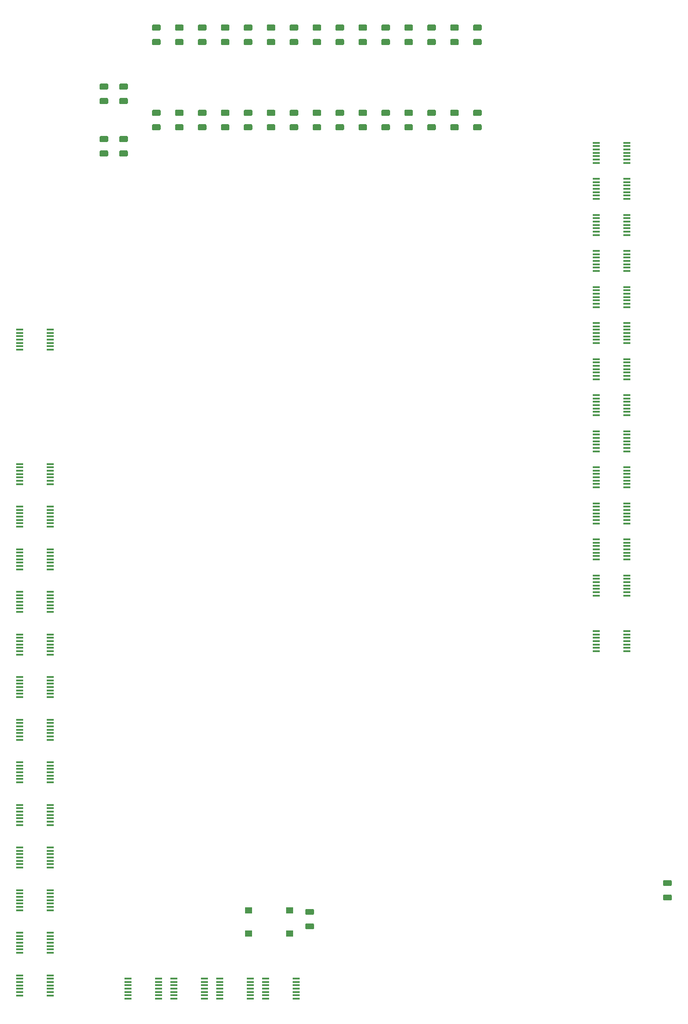
<source format=gbr>
G04 #@! TF.GenerationSoftware,KiCad,Pcbnew,5.1.5-52549c5~84~ubuntu18.04.1*
G04 #@! TF.CreationDate,2020-06-07T21:28:07-07:00*
G04 #@! TF.ProjectId,motherboard,6d6f7468-6572-4626-9f61-72642e6b6963,rev?*
G04 #@! TF.SameCoordinates,Original*
G04 #@! TF.FileFunction,Paste,Top*
G04 #@! TF.FilePolarity,Positive*
%FSLAX46Y46*%
G04 Gerber Fmt 4.6, Leading zero omitted, Abs format (unit mm)*
G04 Created by KiCad (PCBNEW 5.1.5-52549c5~84~ubuntu18.04.1) date 2020-06-07 21:28:07*
%MOMM*%
%LPD*%
G04 APERTURE LIST*
%ADD10C,0.100000*%
%ADD11R,1.350000X0.350000*%
%ADD12R,1.450000X1.200000*%
G04 APERTURE END LIST*
D10*
G36*
X358122544Y-111691108D02*
G01*
X358144871Y-111694419D01*
X358166765Y-111699904D01*
X358188017Y-111707508D01*
X358208421Y-111717158D01*
X358227781Y-111728762D01*
X358245910Y-111742208D01*
X358262635Y-111757365D01*
X358277792Y-111774090D01*
X358291238Y-111792219D01*
X358302842Y-111811579D01*
X358312492Y-111831983D01*
X358320096Y-111853235D01*
X358325581Y-111875129D01*
X358328892Y-111897456D01*
X358330000Y-111920000D01*
X358330000Y-112610000D01*
X358328892Y-112632544D01*
X358325581Y-112654871D01*
X358320096Y-112676765D01*
X358312492Y-112698017D01*
X358302842Y-112718421D01*
X358291238Y-112737781D01*
X358277792Y-112755910D01*
X358262635Y-112772635D01*
X358245910Y-112787792D01*
X358227781Y-112801238D01*
X358208421Y-112812842D01*
X358188017Y-112822492D01*
X358166765Y-112830096D01*
X358144871Y-112835581D01*
X358122544Y-112838892D01*
X358100000Y-112840000D01*
X356910000Y-112840000D01*
X356887456Y-112838892D01*
X356865129Y-112835581D01*
X356843235Y-112830096D01*
X356821983Y-112822492D01*
X356801579Y-112812842D01*
X356782219Y-112801238D01*
X356764090Y-112787792D01*
X356747365Y-112772635D01*
X356732208Y-112755910D01*
X356718762Y-112737781D01*
X356707158Y-112718421D01*
X356697508Y-112698017D01*
X356689904Y-112676765D01*
X356684419Y-112654871D01*
X356681108Y-112632544D01*
X356680000Y-112610000D01*
X356680000Y-111920000D01*
X356681108Y-111897456D01*
X356684419Y-111875129D01*
X356689904Y-111853235D01*
X356697508Y-111831983D01*
X356707158Y-111811579D01*
X356718762Y-111792219D01*
X356732208Y-111774090D01*
X356747365Y-111757365D01*
X356764090Y-111742208D01*
X356782219Y-111728762D01*
X356801579Y-111717158D01*
X356821983Y-111707508D01*
X356843235Y-111699904D01*
X356865129Y-111694419D01*
X356887456Y-111691108D01*
X356910000Y-111690000D01*
X358100000Y-111690000D01*
X358122544Y-111691108D01*
G37*
G36*
X358122544Y-114491108D02*
G01*
X358144871Y-114494419D01*
X358166765Y-114499904D01*
X358188017Y-114507508D01*
X358208421Y-114517158D01*
X358227781Y-114528762D01*
X358245910Y-114542208D01*
X358262635Y-114557365D01*
X358277792Y-114574090D01*
X358291238Y-114592219D01*
X358302842Y-114611579D01*
X358312492Y-114631983D01*
X358320096Y-114653235D01*
X358325581Y-114675129D01*
X358328892Y-114697456D01*
X358330000Y-114720000D01*
X358330000Y-115410000D01*
X358328892Y-115432544D01*
X358325581Y-115454871D01*
X358320096Y-115476765D01*
X358312492Y-115498017D01*
X358302842Y-115518421D01*
X358291238Y-115537781D01*
X358277792Y-115555910D01*
X358262635Y-115572635D01*
X358245910Y-115587792D01*
X358227781Y-115601238D01*
X358208421Y-115612842D01*
X358188017Y-115622492D01*
X358166765Y-115630096D01*
X358144871Y-115635581D01*
X358122544Y-115638892D01*
X358100000Y-115640000D01*
X356910000Y-115640000D01*
X356887456Y-115638892D01*
X356865129Y-115635581D01*
X356843235Y-115630096D01*
X356821983Y-115622492D01*
X356801579Y-115612842D01*
X356782219Y-115601238D01*
X356764090Y-115587792D01*
X356747365Y-115572635D01*
X356732208Y-115555910D01*
X356718762Y-115537781D01*
X356707158Y-115518421D01*
X356697508Y-115498017D01*
X356689904Y-115476765D01*
X356684419Y-115454871D01*
X356681108Y-115432544D01*
X356680000Y-115410000D01*
X356680000Y-114720000D01*
X356681108Y-114697456D01*
X356684419Y-114675129D01*
X356689904Y-114653235D01*
X356697508Y-114631983D01*
X356707158Y-114611579D01*
X356718762Y-114592219D01*
X356732208Y-114574090D01*
X356747365Y-114557365D01*
X356764090Y-114542208D01*
X356782219Y-114528762D01*
X356801579Y-114517158D01*
X356821983Y-114507508D01*
X356843235Y-114499904D01*
X356865129Y-114494419D01*
X356887456Y-114491108D01*
X356910000Y-114490000D01*
X358100000Y-114490000D01*
X358122544Y-114491108D01*
G37*
G36*
X358122544Y-101531108D02*
G01*
X358144871Y-101534419D01*
X358166765Y-101539904D01*
X358188017Y-101547508D01*
X358208421Y-101557158D01*
X358227781Y-101568762D01*
X358245910Y-101582208D01*
X358262635Y-101597365D01*
X358277792Y-101614090D01*
X358291238Y-101632219D01*
X358302842Y-101651579D01*
X358312492Y-101671983D01*
X358320096Y-101693235D01*
X358325581Y-101715129D01*
X358328892Y-101737456D01*
X358330000Y-101760000D01*
X358330000Y-102450000D01*
X358328892Y-102472544D01*
X358325581Y-102494871D01*
X358320096Y-102516765D01*
X358312492Y-102538017D01*
X358302842Y-102558421D01*
X358291238Y-102577781D01*
X358277792Y-102595910D01*
X358262635Y-102612635D01*
X358245910Y-102627792D01*
X358227781Y-102641238D01*
X358208421Y-102652842D01*
X358188017Y-102662492D01*
X358166765Y-102670096D01*
X358144871Y-102675581D01*
X358122544Y-102678892D01*
X358100000Y-102680000D01*
X356910000Y-102680000D01*
X356887456Y-102678892D01*
X356865129Y-102675581D01*
X356843235Y-102670096D01*
X356821983Y-102662492D01*
X356801579Y-102652842D01*
X356782219Y-102641238D01*
X356764090Y-102627792D01*
X356747365Y-102612635D01*
X356732208Y-102595910D01*
X356718762Y-102577781D01*
X356707158Y-102558421D01*
X356697508Y-102538017D01*
X356689904Y-102516765D01*
X356684419Y-102494871D01*
X356681108Y-102472544D01*
X356680000Y-102450000D01*
X356680000Y-101760000D01*
X356681108Y-101737456D01*
X356684419Y-101715129D01*
X356689904Y-101693235D01*
X356697508Y-101671983D01*
X356707158Y-101651579D01*
X356718762Y-101632219D01*
X356732208Y-101614090D01*
X356747365Y-101597365D01*
X356764090Y-101582208D01*
X356782219Y-101568762D01*
X356801579Y-101557158D01*
X356821983Y-101547508D01*
X356843235Y-101539904D01*
X356865129Y-101534419D01*
X356887456Y-101531108D01*
X356910000Y-101530000D01*
X358100000Y-101530000D01*
X358122544Y-101531108D01*
G37*
G36*
X358122544Y-104331108D02*
G01*
X358144871Y-104334419D01*
X358166765Y-104339904D01*
X358188017Y-104347508D01*
X358208421Y-104357158D01*
X358227781Y-104368762D01*
X358245910Y-104382208D01*
X358262635Y-104397365D01*
X358277792Y-104414090D01*
X358291238Y-104432219D01*
X358302842Y-104451579D01*
X358312492Y-104471983D01*
X358320096Y-104493235D01*
X358325581Y-104515129D01*
X358328892Y-104537456D01*
X358330000Y-104560000D01*
X358330000Y-105250000D01*
X358328892Y-105272544D01*
X358325581Y-105294871D01*
X358320096Y-105316765D01*
X358312492Y-105338017D01*
X358302842Y-105358421D01*
X358291238Y-105377781D01*
X358277792Y-105395910D01*
X358262635Y-105412635D01*
X358245910Y-105427792D01*
X358227781Y-105441238D01*
X358208421Y-105452842D01*
X358188017Y-105462492D01*
X358166765Y-105470096D01*
X358144871Y-105475581D01*
X358122544Y-105478892D01*
X358100000Y-105480000D01*
X356910000Y-105480000D01*
X356887456Y-105478892D01*
X356865129Y-105475581D01*
X356843235Y-105470096D01*
X356821983Y-105462492D01*
X356801579Y-105452842D01*
X356782219Y-105441238D01*
X356764090Y-105427792D01*
X356747365Y-105412635D01*
X356732208Y-105395910D01*
X356718762Y-105377781D01*
X356707158Y-105358421D01*
X356697508Y-105338017D01*
X356689904Y-105316765D01*
X356684419Y-105294871D01*
X356681108Y-105272544D01*
X356680000Y-105250000D01*
X356680000Y-104560000D01*
X356681108Y-104537456D01*
X356684419Y-104515129D01*
X356689904Y-104493235D01*
X356697508Y-104471983D01*
X356707158Y-104451579D01*
X356718762Y-104432219D01*
X356732208Y-104414090D01*
X356747365Y-104397365D01*
X356764090Y-104382208D01*
X356782219Y-104368762D01*
X356801579Y-104357158D01*
X356821983Y-104347508D01*
X356843235Y-104339904D01*
X356865129Y-104334419D01*
X356887456Y-104331108D01*
X356910000Y-104330000D01*
X358100000Y-104330000D01*
X358122544Y-104331108D01*
G37*
G36*
X368282544Y-92901108D02*
G01*
X368304871Y-92904419D01*
X368326765Y-92909904D01*
X368348017Y-92917508D01*
X368368421Y-92927158D01*
X368387781Y-92938762D01*
X368405910Y-92952208D01*
X368422635Y-92967365D01*
X368437792Y-92984090D01*
X368451238Y-93002219D01*
X368462842Y-93021579D01*
X368472492Y-93041983D01*
X368480096Y-93063235D01*
X368485581Y-93085129D01*
X368488892Y-93107456D01*
X368490000Y-93130000D01*
X368490000Y-93820000D01*
X368488892Y-93842544D01*
X368485581Y-93864871D01*
X368480096Y-93886765D01*
X368472492Y-93908017D01*
X368462842Y-93928421D01*
X368451238Y-93947781D01*
X368437792Y-93965910D01*
X368422635Y-93982635D01*
X368405910Y-93997792D01*
X368387781Y-94011238D01*
X368368421Y-94022842D01*
X368348017Y-94032492D01*
X368326765Y-94040096D01*
X368304871Y-94045581D01*
X368282544Y-94048892D01*
X368260000Y-94050000D01*
X367070000Y-94050000D01*
X367047456Y-94048892D01*
X367025129Y-94045581D01*
X367003235Y-94040096D01*
X366981983Y-94032492D01*
X366961579Y-94022842D01*
X366942219Y-94011238D01*
X366924090Y-93997792D01*
X366907365Y-93982635D01*
X366892208Y-93965910D01*
X366878762Y-93947781D01*
X366867158Y-93928421D01*
X366857508Y-93908017D01*
X366849904Y-93886765D01*
X366844419Y-93864871D01*
X366841108Y-93842544D01*
X366840000Y-93820000D01*
X366840000Y-93130000D01*
X366841108Y-93107456D01*
X366844419Y-93085129D01*
X366849904Y-93063235D01*
X366857508Y-93041983D01*
X366867158Y-93021579D01*
X366878762Y-93002219D01*
X366892208Y-92984090D01*
X366907365Y-92967365D01*
X366924090Y-92952208D01*
X366942219Y-92938762D01*
X366961579Y-92927158D01*
X366981983Y-92917508D01*
X367003235Y-92909904D01*
X367025129Y-92904419D01*
X367047456Y-92901108D01*
X367070000Y-92900000D01*
X368260000Y-92900000D01*
X368282544Y-92901108D01*
G37*
G36*
X368282544Y-90101108D02*
G01*
X368304871Y-90104419D01*
X368326765Y-90109904D01*
X368348017Y-90117508D01*
X368368421Y-90127158D01*
X368387781Y-90138762D01*
X368405910Y-90152208D01*
X368422635Y-90167365D01*
X368437792Y-90184090D01*
X368451238Y-90202219D01*
X368462842Y-90221579D01*
X368472492Y-90241983D01*
X368480096Y-90263235D01*
X368485581Y-90285129D01*
X368488892Y-90307456D01*
X368490000Y-90330000D01*
X368490000Y-91020000D01*
X368488892Y-91042544D01*
X368485581Y-91064871D01*
X368480096Y-91086765D01*
X368472492Y-91108017D01*
X368462842Y-91128421D01*
X368451238Y-91147781D01*
X368437792Y-91165910D01*
X368422635Y-91182635D01*
X368405910Y-91197792D01*
X368387781Y-91211238D01*
X368368421Y-91222842D01*
X368348017Y-91232492D01*
X368326765Y-91240096D01*
X368304871Y-91245581D01*
X368282544Y-91248892D01*
X368260000Y-91250000D01*
X367070000Y-91250000D01*
X367047456Y-91248892D01*
X367025129Y-91245581D01*
X367003235Y-91240096D01*
X366981983Y-91232492D01*
X366961579Y-91222842D01*
X366942219Y-91211238D01*
X366924090Y-91197792D01*
X366907365Y-91182635D01*
X366892208Y-91165910D01*
X366878762Y-91147781D01*
X366867158Y-91128421D01*
X366857508Y-91108017D01*
X366849904Y-91086765D01*
X366844419Y-91064871D01*
X366841108Y-91042544D01*
X366840000Y-91020000D01*
X366840000Y-90330000D01*
X366841108Y-90307456D01*
X366844419Y-90285129D01*
X366849904Y-90263235D01*
X366857508Y-90241983D01*
X366867158Y-90221579D01*
X366878762Y-90202219D01*
X366892208Y-90184090D01*
X366907365Y-90167365D01*
X366924090Y-90152208D01*
X366942219Y-90138762D01*
X366961579Y-90127158D01*
X366981983Y-90117508D01*
X367003235Y-90109904D01*
X367025129Y-90104419D01*
X367047456Y-90101108D01*
X367070000Y-90100000D01*
X368260000Y-90100000D01*
X368282544Y-90101108D01*
G37*
G36*
X372727544Y-92901108D02*
G01*
X372749871Y-92904419D01*
X372771765Y-92909904D01*
X372793017Y-92917508D01*
X372813421Y-92927158D01*
X372832781Y-92938762D01*
X372850910Y-92952208D01*
X372867635Y-92967365D01*
X372882792Y-92984090D01*
X372896238Y-93002219D01*
X372907842Y-93021579D01*
X372917492Y-93041983D01*
X372925096Y-93063235D01*
X372930581Y-93085129D01*
X372933892Y-93107456D01*
X372935000Y-93130000D01*
X372935000Y-93820000D01*
X372933892Y-93842544D01*
X372930581Y-93864871D01*
X372925096Y-93886765D01*
X372917492Y-93908017D01*
X372907842Y-93928421D01*
X372896238Y-93947781D01*
X372882792Y-93965910D01*
X372867635Y-93982635D01*
X372850910Y-93997792D01*
X372832781Y-94011238D01*
X372813421Y-94022842D01*
X372793017Y-94032492D01*
X372771765Y-94040096D01*
X372749871Y-94045581D01*
X372727544Y-94048892D01*
X372705000Y-94050000D01*
X371515000Y-94050000D01*
X371492456Y-94048892D01*
X371470129Y-94045581D01*
X371448235Y-94040096D01*
X371426983Y-94032492D01*
X371406579Y-94022842D01*
X371387219Y-94011238D01*
X371369090Y-93997792D01*
X371352365Y-93982635D01*
X371337208Y-93965910D01*
X371323762Y-93947781D01*
X371312158Y-93928421D01*
X371302508Y-93908017D01*
X371294904Y-93886765D01*
X371289419Y-93864871D01*
X371286108Y-93842544D01*
X371285000Y-93820000D01*
X371285000Y-93130000D01*
X371286108Y-93107456D01*
X371289419Y-93085129D01*
X371294904Y-93063235D01*
X371302508Y-93041983D01*
X371312158Y-93021579D01*
X371323762Y-93002219D01*
X371337208Y-92984090D01*
X371352365Y-92967365D01*
X371369090Y-92952208D01*
X371387219Y-92938762D01*
X371406579Y-92927158D01*
X371426983Y-92917508D01*
X371448235Y-92909904D01*
X371470129Y-92904419D01*
X371492456Y-92901108D01*
X371515000Y-92900000D01*
X372705000Y-92900000D01*
X372727544Y-92901108D01*
G37*
G36*
X372727544Y-90101108D02*
G01*
X372749871Y-90104419D01*
X372771765Y-90109904D01*
X372793017Y-90117508D01*
X372813421Y-90127158D01*
X372832781Y-90138762D01*
X372850910Y-90152208D01*
X372867635Y-90167365D01*
X372882792Y-90184090D01*
X372896238Y-90202219D01*
X372907842Y-90221579D01*
X372917492Y-90241983D01*
X372925096Y-90263235D01*
X372930581Y-90285129D01*
X372933892Y-90307456D01*
X372935000Y-90330000D01*
X372935000Y-91020000D01*
X372933892Y-91042544D01*
X372930581Y-91064871D01*
X372925096Y-91086765D01*
X372917492Y-91108017D01*
X372907842Y-91128421D01*
X372896238Y-91147781D01*
X372882792Y-91165910D01*
X372867635Y-91182635D01*
X372850910Y-91197792D01*
X372832781Y-91211238D01*
X372813421Y-91222842D01*
X372793017Y-91232492D01*
X372771765Y-91240096D01*
X372749871Y-91245581D01*
X372727544Y-91248892D01*
X372705000Y-91250000D01*
X371515000Y-91250000D01*
X371492456Y-91248892D01*
X371470129Y-91245581D01*
X371448235Y-91240096D01*
X371426983Y-91232492D01*
X371406579Y-91222842D01*
X371387219Y-91211238D01*
X371369090Y-91197792D01*
X371352365Y-91182635D01*
X371337208Y-91165910D01*
X371323762Y-91147781D01*
X371312158Y-91128421D01*
X371302508Y-91108017D01*
X371294904Y-91086765D01*
X371289419Y-91064871D01*
X371286108Y-91042544D01*
X371285000Y-91020000D01*
X371285000Y-90330000D01*
X371286108Y-90307456D01*
X371289419Y-90285129D01*
X371294904Y-90263235D01*
X371302508Y-90241983D01*
X371312158Y-90221579D01*
X371323762Y-90202219D01*
X371337208Y-90184090D01*
X371352365Y-90167365D01*
X371369090Y-90152208D01*
X371387219Y-90138762D01*
X371406579Y-90127158D01*
X371426983Y-90117508D01*
X371448235Y-90109904D01*
X371470129Y-90104419D01*
X371492456Y-90101108D01*
X371515000Y-90100000D01*
X372705000Y-90100000D01*
X372727544Y-90101108D01*
G37*
G36*
X377172544Y-92901108D02*
G01*
X377194871Y-92904419D01*
X377216765Y-92909904D01*
X377238017Y-92917508D01*
X377258421Y-92927158D01*
X377277781Y-92938762D01*
X377295910Y-92952208D01*
X377312635Y-92967365D01*
X377327792Y-92984090D01*
X377341238Y-93002219D01*
X377352842Y-93021579D01*
X377362492Y-93041983D01*
X377370096Y-93063235D01*
X377375581Y-93085129D01*
X377378892Y-93107456D01*
X377380000Y-93130000D01*
X377380000Y-93820000D01*
X377378892Y-93842544D01*
X377375581Y-93864871D01*
X377370096Y-93886765D01*
X377362492Y-93908017D01*
X377352842Y-93928421D01*
X377341238Y-93947781D01*
X377327792Y-93965910D01*
X377312635Y-93982635D01*
X377295910Y-93997792D01*
X377277781Y-94011238D01*
X377258421Y-94022842D01*
X377238017Y-94032492D01*
X377216765Y-94040096D01*
X377194871Y-94045581D01*
X377172544Y-94048892D01*
X377150000Y-94050000D01*
X375960000Y-94050000D01*
X375937456Y-94048892D01*
X375915129Y-94045581D01*
X375893235Y-94040096D01*
X375871983Y-94032492D01*
X375851579Y-94022842D01*
X375832219Y-94011238D01*
X375814090Y-93997792D01*
X375797365Y-93982635D01*
X375782208Y-93965910D01*
X375768762Y-93947781D01*
X375757158Y-93928421D01*
X375747508Y-93908017D01*
X375739904Y-93886765D01*
X375734419Y-93864871D01*
X375731108Y-93842544D01*
X375730000Y-93820000D01*
X375730000Y-93130000D01*
X375731108Y-93107456D01*
X375734419Y-93085129D01*
X375739904Y-93063235D01*
X375747508Y-93041983D01*
X375757158Y-93021579D01*
X375768762Y-93002219D01*
X375782208Y-92984090D01*
X375797365Y-92967365D01*
X375814090Y-92952208D01*
X375832219Y-92938762D01*
X375851579Y-92927158D01*
X375871983Y-92917508D01*
X375893235Y-92909904D01*
X375915129Y-92904419D01*
X375937456Y-92901108D01*
X375960000Y-92900000D01*
X377150000Y-92900000D01*
X377172544Y-92901108D01*
G37*
G36*
X377172544Y-90101108D02*
G01*
X377194871Y-90104419D01*
X377216765Y-90109904D01*
X377238017Y-90117508D01*
X377258421Y-90127158D01*
X377277781Y-90138762D01*
X377295910Y-90152208D01*
X377312635Y-90167365D01*
X377327792Y-90184090D01*
X377341238Y-90202219D01*
X377352842Y-90221579D01*
X377362492Y-90241983D01*
X377370096Y-90263235D01*
X377375581Y-90285129D01*
X377378892Y-90307456D01*
X377380000Y-90330000D01*
X377380000Y-91020000D01*
X377378892Y-91042544D01*
X377375581Y-91064871D01*
X377370096Y-91086765D01*
X377362492Y-91108017D01*
X377352842Y-91128421D01*
X377341238Y-91147781D01*
X377327792Y-91165910D01*
X377312635Y-91182635D01*
X377295910Y-91197792D01*
X377277781Y-91211238D01*
X377258421Y-91222842D01*
X377238017Y-91232492D01*
X377216765Y-91240096D01*
X377194871Y-91245581D01*
X377172544Y-91248892D01*
X377150000Y-91250000D01*
X375960000Y-91250000D01*
X375937456Y-91248892D01*
X375915129Y-91245581D01*
X375893235Y-91240096D01*
X375871983Y-91232492D01*
X375851579Y-91222842D01*
X375832219Y-91211238D01*
X375814090Y-91197792D01*
X375797365Y-91182635D01*
X375782208Y-91165910D01*
X375768762Y-91147781D01*
X375757158Y-91128421D01*
X375747508Y-91108017D01*
X375739904Y-91086765D01*
X375734419Y-91064871D01*
X375731108Y-91042544D01*
X375730000Y-91020000D01*
X375730000Y-90330000D01*
X375731108Y-90307456D01*
X375734419Y-90285129D01*
X375739904Y-90263235D01*
X375747508Y-90241983D01*
X375757158Y-90221579D01*
X375768762Y-90202219D01*
X375782208Y-90184090D01*
X375797365Y-90167365D01*
X375814090Y-90152208D01*
X375832219Y-90138762D01*
X375851579Y-90127158D01*
X375871983Y-90117508D01*
X375893235Y-90109904D01*
X375915129Y-90104419D01*
X375937456Y-90101108D01*
X375960000Y-90100000D01*
X377150000Y-90100000D01*
X377172544Y-90101108D01*
G37*
G36*
X381617544Y-92901108D02*
G01*
X381639871Y-92904419D01*
X381661765Y-92909904D01*
X381683017Y-92917508D01*
X381703421Y-92927158D01*
X381722781Y-92938762D01*
X381740910Y-92952208D01*
X381757635Y-92967365D01*
X381772792Y-92984090D01*
X381786238Y-93002219D01*
X381797842Y-93021579D01*
X381807492Y-93041983D01*
X381815096Y-93063235D01*
X381820581Y-93085129D01*
X381823892Y-93107456D01*
X381825000Y-93130000D01*
X381825000Y-93820000D01*
X381823892Y-93842544D01*
X381820581Y-93864871D01*
X381815096Y-93886765D01*
X381807492Y-93908017D01*
X381797842Y-93928421D01*
X381786238Y-93947781D01*
X381772792Y-93965910D01*
X381757635Y-93982635D01*
X381740910Y-93997792D01*
X381722781Y-94011238D01*
X381703421Y-94022842D01*
X381683017Y-94032492D01*
X381661765Y-94040096D01*
X381639871Y-94045581D01*
X381617544Y-94048892D01*
X381595000Y-94050000D01*
X380405000Y-94050000D01*
X380382456Y-94048892D01*
X380360129Y-94045581D01*
X380338235Y-94040096D01*
X380316983Y-94032492D01*
X380296579Y-94022842D01*
X380277219Y-94011238D01*
X380259090Y-93997792D01*
X380242365Y-93982635D01*
X380227208Y-93965910D01*
X380213762Y-93947781D01*
X380202158Y-93928421D01*
X380192508Y-93908017D01*
X380184904Y-93886765D01*
X380179419Y-93864871D01*
X380176108Y-93842544D01*
X380175000Y-93820000D01*
X380175000Y-93130000D01*
X380176108Y-93107456D01*
X380179419Y-93085129D01*
X380184904Y-93063235D01*
X380192508Y-93041983D01*
X380202158Y-93021579D01*
X380213762Y-93002219D01*
X380227208Y-92984090D01*
X380242365Y-92967365D01*
X380259090Y-92952208D01*
X380277219Y-92938762D01*
X380296579Y-92927158D01*
X380316983Y-92917508D01*
X380338235Y-92909904D01*
X380360129Y-92904419D01*
X380382456Y-92901108D01*
X380405000Y-92900000D01*
X381595000Y-92900000D01*
X381617544Y-92901108D01*
G37*
G36*
X381617544Y-90101108D02*
G01*
X381639871Y-90104419D01*
X381661765Y-90109904D01*
X381683017Y-90117508D01*
X381703421Y-90127158D01*
X381722781Y-90138762D01*
X381740910Y-90152208D01*
X381757635Y-90167365D01*
X381772792Y-90184090D01*
X381786238Y-90202219D01*
X381797842Y-90221579D01*
X381807492Y-90241983D01*
X381815096Y-90263235D01*
X381820581Y-90285129D01*
X381823892Y-90307456D01*
X381825000Y-90330000D01*
X381825000Y-91020000D01*
X381823892Y-91042544D01*
X381820581Y-91064871D01*
X381815096Y-91086765D01*
X381807492Y-91108017D01*
X381797842Y-91128421D01*
X381786238Y-91147781D01*
X381772792Y-91165910D01*
X381757635Y-91182635D01*
X381740910Y-91197792D01*
X381722781Y-91211238D01*
X381703421Y-91222842D01*
X381683017Y-91232492D01*
X381661765Y-91240096D01*
X381639871Y-91245581D01*
X381617544Y-91248892D01*
X381595000Y-91250000D01*
X380405000Y-91250000D01*
X380382456Y-91248892D01*
X380360129Y-91245581D01*
X380338235Y-91240096D01*
X380316983Y-91232492D01*
X380296579Y-91222842D01*
X380277219Y-91211238D01*
X380259090Y-91197792D01*
X380242365Y-91182635D01*
X380227208Y-91165910D01*
X380213762Y-91147781D01*
X380202158Y-91128421D01*
X380192508Y-91108017D01*
X380184904Y-91086765D01*
X380179419Y-91064871D01*
X380176108Y-91042544D01*
X380175000Y-91020000D01*
X380175000Y-90330000D01*
X380176108Y-90307456D01*
X380179419Y-90285129D01*
X380184904Y-90263235D01*
X380192508Y-90241983D01*
X380202158Y-90221579D01*
X380213762Y-90202219D01*
X380227208Y-90184090D01*
X380242365Y-90167365D01*
X380259090Y-90152208D01*
X380277219Y-90138762D01*
X380296579Y-90127158D01*
X380316983Y-90117508D01*
X380338235Y-90109904D01*
X380360129Y-90104419D01*
X380382456Y-90101108D01*
X380405000Y-90100000D01*
X381595000Y-90100000D01*
X381617544Y-90101108D01*
G37*
G36*
X386062544Y-92901108D02*
G01*
X386084871Y-92904419D01*
X386106765Y-92909904D01*
X386128017Y-92917508D01*
X386148421Y-92927158D01*
X386167781Y-92938762D01*
X386185910Y-92952208D01*
X386202635Y-92967365D01*
X386217792Y-92984090D01*
X386231238Y-93002219D01*
X386242842Y-93021579D01*
X386252492Y-93041983D01*
X386260096Y-93063235D01*
X386265581Y-93085129D01*
X386268892Y-93107456D01*
X386270000Y-93130000D01*
X386270000Y-93820000D01*
X386268892Y-93842544D01*
X386265581Y-93864871D01*
X386260096Y-93886765D01*
X386252492Y-93908017D01*
X386242842Y-93928421D01*
X386231238Y-93947781D01*
X386217792Y-93965910D01*
X386202635Y-93982635D01*
X386185910Y-93997792D01*
X386167781Y-94011238D01*
X386148421Y-94022842D01*
X386128017Y-94032492D01*
X386106765Y-94040096D01*
X386084871Y-94045581D01*
X386062544Y-94048892D01*
X386040000Y-94050000D01*
X384850000Y-94050000D01*
X384827456Y-94048892D01*
X384805129Y-94045581D01*
X384783235Y-94040096D01*
X384761983Y-94032492D01*
X384741579Y-94022842D01*
X384722219Y-94011238D01*
X384704090Y-93997792D01*
X384687365Y-93982635D01*
X384672208Y-93965910D01*
X384658762Y-93947781D01*
X384647158Y-93928421D01*
X384637508Y-93908017D01*
X384629904Y-93886765D01*
X384624419Y-93864871D01*
X384621108Y-93842544D01*
X384620000Y-93820000D01*
X384620000Y-93130000D01*
X384621108Y-93107456D01*
X384624419Y-93085129D01*
X384629904Y-93063235D01*
X384637508Y-93041983D01*
X384647158Y-93021579D01*
X384658762Y-93002219D01*
X384672208Y-92984090D01*
X384687365Y-92967365D01*
X384704090Y-92952208D01*
X384722219Y-92938762D01*
X384741579Y-92927158D01*
X384761983Y-92917508D01*
X384783235Y-92909904D01*
X384805129Y-92904419D01*
X384827456Y-92901108D01*
X384850000Y-92900000D01*
X386040000Y-92900000D01*
X386062544Y-92901108D01*
G37*
G36*
X386062544Y-90101108D02*
G01*
X386084871Y-90104419D01*
X386106765Y-90109904D01*
X386128017Y-90117508D01*
X386148421Y-90127158D01*
X386167781Y-90138762D01*
X386185910Y-90152208D01*
X386202635Y-90167365D01*
X386217792Y-90184090D01*
X386231238Y-90202219D01*
X386242842Y-90221579D01*
X386252492Y-90241983D01*
X386260096Y-90263235D01*
X386265581Y-90285129D01*
X386268892Y-90307456D01*
X386270000Y-90330000D01*
X386270000Y-91020000D01*
X386268892Y-91042544D01*
X386265581Y-91064871D01*
X386260096Y-91086765D01*
X386252492Y-91108017D01*
X386242842Y-91128421D01*
X386231238Y-91147781D01*
X386217792Y-91165910D01*
X386202635Y-91182635D01*
X386185910Y-91197792D01*
X386167781Y-91211238D01*
X386148421Y-91222842D01*
X386128017Y-91232492D01*
X386106765Y-91240096D01*
X386084871Y-91245581D01*
X386062544Y-91248892D01*
X386040000Y-91250000D01*
X384850000Y-91250000D01*
X384827456Y-91248892D01*
X384805129Y-91245581D01*
X384783235Y-91240096D01*
X384761983Y-91232492D01*
X384741579Y-91222842D01*
X384722219Y-91211238D01*
X384704090Y-91197792D01*
X384687365Y-91182635D01*
X384672208Y-91165910D01*
X384658762Y-91147781D01*
X384647158Y-91128421D01*
X384637508Y-91108017D01*
X384629904Y-91086765D01*
X384624419Y-91064871D01*
X384621108Y-91042544D01*
X384620000Y-91020000D01*
X384620000Y-90330000D01*
X384621108Y-90307456D01*
X384624419Y-90285129D01*
X384629904Y-90263235D01*
X384637508Y-90241983D01*
X384647158Y-90221579D01*
X384658762Y-90202219D01*
X384672208Y-90184090D01*
X384687365Y-90167365D01*
X384704090Y-90152208D01*
X384722219Y-90138762D01*
X384741579Y-90127158D01*
X384761983Y-90117508D01*
X384783235Y-90109904D01*
X384805129Y-90104419D01*
X384827456Y-90101108D01*
X384850000Y-90100000D01*
X386040000Y-90100000D01*
X386062544Y-90101108D01*
G37*
G36*
X390507544Y-92901108D02*
G01*
X390529871Y-92904419D01*
X390551765Y-92909904D01*
X390573017Y-92917508D01*
X390593421Y-92927158D01*
X390612781Y-92938762D01*
X390630910Y-92952208D01*
X390647635Y-92967365D01*
X390662792Y-92984090D01*
X390676238Y-93002219D01*
X390687842Y-93021579D01*
X390697492Y-93041983D01*
X390705096Y-93063235D01*
X390710581Y-93085129D01*
X390713892Y-93107456D01*
X390715000Y-93130000D01*
X390715000Y-93820000D01*
X390713892Y-93842544D01*
X390710581Y-93864871D01*
X390705096Y-93886765D01*
X390697492Y-93908017D01*
X390687842Y-93928421D01*
X390676238Y-93947781D01*
X390662792Y-93965910D01*
X390647635Y-93982635D01*
X390630910Y-93997792D01*
X390612781Y-94011238D01*
X390593421Y-94022842D01*
X390573017Y-94032492D01*
X390551765Y-94040096D01*
X390529871Y-94045581D01*
X390507544Y-94048892D01*
X390485000Y-94050000D01*
X389295000Y-94050000D01*
X389272456Y-94048892D01*
X389250129Y-94045581D01*
X389228235Y-94040096D01*
X389206983Y-94032492D01*
X389186579Y-94022842D01*
X389167219Y-94011238D01*
X389149090Y-93997792D01*
X389132365Y-93982635D01*
X389117208Y-93965910D01*
X389103762Y-93947781D01*
X389092158Y-93928421D01*
X389082508Y-93908017D01*
X389074904Y-93886765D01*
X389069419Y-93864871D01*
X389066108Y-93842544D01*
X389065000Y-93820000D01*
X389065000Y-93130000D01*
X389066108Y-93107456D01*
X389069419Y-93085129D01*
X389074904Y-93063235D01*
X389082508Y-93041983D01*
X389092158Y-93021579D01*
X389103762Y-93002219D01*
X389117208Y-92984090D01*
X389132365Y-92967365D01*
X389149090Y-92952208D01*
X389167219Y-92938762D01*
X389186579Y-92927158D01*
X389206983Y-92917508D01*
X389228235Y-92909904D01*
X389250129Y-92904419D01*
X389272456Y-92901108D01*
X389295000Y-92900000D01*
X390485000Y-92900000D01*
X390507544Y-92901108D01*
G37*
G36*
X390507544Y-90101108D02*
G01*
X390529871Y-90104419D01*
X390551765Y-90109904D01*
X390573017Y-90117508D01*
X390593421Y-90127158D01*
X390612781Y-90138762D01*
X390630910Y-90152208D01*
X390647635Y-90167365D01*
X390662792Y-90184090D01*
X390676238Y-90202219D01*
X390687842Y-90221579D01*
X390697492Y-90241983D01*
X390705096Y-90263235D01*
X390710581Y-90285129D01*
X390713892Y-90307456D01*
X390715000Y-90330000D01*
X390715000Y-91020000D01*
X390713892Y-91042544D01*
X390710581Y-91064871D01*
X390705096Y-91086765D01*
X390697492Y-91108017D01*
X390687842Y-91128421D01*
X390676238Y-91147781D01*
X390662792Y-91165910D01*
X390647635Y-91182635D01*
X390630910Y-91197792D01*
X390612781Y-91211238D01*
X390593421Y-91222842D01*
X390573017Y-91232492D01*
X390551765Y-91240096D01*
X390529871Y-91245581D01*
X390507544Y-91248892D01*
X390485000Y-91250000D01*
X389295000Y-91250000D01*
X389272456Y-91248892D01*
X389250129Y-91245581D01*
X389228235Y-91240096D01*
X389206983Y-91232492D01*
X389186579Y-91222842D01*
X389167219Y-91211238D01*
X389149090Y-91197792D01*
X389132365Y-91182635D01*
X389117208Y-91165910D01*
X389103762Y-91147781D01*
X389092158Y-91128421D01*
X389082508Y-91108017D01*
X389074904Y-91086765D01*
X389069419Y-91064871D01*
X389066108Y-91042544D01*
X389065000Y-91020000D01*
X389065000Y-90330000D01*
X389066108Y-90307456D01*
X389069419Y-90285129D01*
X389074904Y-90263235D01*
X389082508Y-90241983D01*
X389092158Y-90221579D01*
X389103762Y-90202219D01*
X389117208Y-90184090D01*
X389132365Y-90167365D01*
X389149090Y-90152208D01*
X389167219Y-90138762D01*
X389186579Y-90127158D01*
X389206983Y-90117508D01*
X389228235Y-90109904D01*
X389250129Y-90104419D01*
X389272456Y-90101108D01*
X389295000Y-90100000D01*
X390485000Y-90100000D01*
X390507544Y-90101108D01*
G37*
G36*
X394952544Y-92901108D02*
G01*
X394974871Y-92904419D01*
X394996765Y-92909904D01*
X395018017Y-92917508D01*
X395038421Y-92927158D01*
X395057781Y-92938762D01*
X395075910Y-92952208D01*
X395092635Y-92967365D01*
X395107792Y-92984090D01*
X395121238Y-93002219D01*
X395132842Y-93021579D01*
X395142492Y-93041983D01*
X395150096Y-93063235D01*
X395155581Y-93085129D01*
X395158892Y-93107456D01*
X395160000Y-93130000D01*
X395160000Y-93820000D01*
X395158892Y-93842544D01*
X395155581Y-93864871D01*
X395150096Y-93886765D01*
X395142492Y-93908017D01*
X395132842Y-93928421D01*
X395121238Y-93947781D01*
X395107792Y-93965910D01*
X395092635Y-93982635D01*
X395075910Y-93997792D01*
X395057781Y-94011238D01*
X395038421Y-94022842D01*
X395018017Y-94032492D01*
X394996765Y-94040096D01*
X394974871Y-94045581D01*
X394952544Y-94048892D01*
X394930000Y-94050000D01*
X393740000Y-94050000D01*
X393717456Y-94048892D01*
X393695129Y-94045581D01*
X393673235Y-94040096D01*
X393651983Y-94032492D01*
X393631579Y-94022842D01*
X393612219Y-94011238D01*
X393594090Y-93997792D01*
X393577365Y-93982635D01*
X393562208Y-93965910D01*
X393548762Y-93947781D01*
X393537158Y-93928421D01*
X393527508Y-93908017D01*
X393519904Y-93886765D01*
X393514419Y-93864871D01*
X393511108Y-93842544D01*
X393510000Y-93820000D01*
X393510000Y-93130000D01*
X393511108Y-93107456D01*
X393514419Y-93085129D01*
X393519904Y-93063235D01*
X393527508Y-93041983D01*
X393537158Y-93021579D01*
X393548762Y-93002219D01*
X393562208Y-92984090D01*
X393577365Y-92967365D01*
X393594090Y-92952208D01*
X393612219Y-92938762D01*
X393631579Y-92927158D01*
X393651983Y-92917508D01*
X393673235Y-92909904D01*
X393695129Y-92904419D01*
X393717456Y-92901108D01*
X393740000Y-92900000D01*
X394930000Y-92900000D01*
X394952544Y-92901108D01*
G37*
G36*
X394952544Y-90101108D02*
G01*
X394974871Y-90104419D01*
X394996765Y-90109904D01*
X395018017Y-90117508D01*
X395038421Y-90127158D01*
X395057781Y-90138762D01*
X395075910Y-90152208D01*
X395092635Y-90167365D01*
X395107792Y-90184090D01*
X395121238Y-90202219D01*
X395132842Y-90221579D01*
X395142492Y-90241983D01*
X395150096Y-90263235D01*
X395155581Y-90285129D01*
X395158892Y-90307456D01*
X395160000Y-90330000D01*
X395160000Y-91020000D01*
X395158892Y-91042544D01*
X395155581Y-91064871D01*
X395150096Y-91086765D01*
X395142492Y-91108017D01*
X395132842Y-91128421D01*
X395121238Y-91147781D01*
X395107792Y-91165910D01*
X395092635Y-91182635D01*
X395075910Y-91197792D01*
X395057781Y-91211238D01*
X395038421Y-91222842D01*
X395018017Y-91232492D01*
X394996765Y-91240096D01*
X394974871Y-91245581D01*
X394952544Y-91248892D01*
X394930000Y-91250000D01*
X393740000Y-91250000D01*
X393717456Y-91248892D01*
X393695129Y-91245581D01*
X393673235Y-91240096D01*
X393651983Y-91232492D01*
X393631579Y-91222842D01*
X393612219Y-91211238D01*
X393594090Y-91197792D01*
X393577365Y-91182635D01*
X393562208Y-91165910D01*
X393548762Y-91147781D01*
X393537158Y-91128421D01*
X393527508Y-91108017D01*
X393519904Y-91086765D01*
X393514419Y-91064871D01*
X393511108Y-91042544D01*
X393510000Y-91020000D01*
X393510000Y-90330000D01*
X393511108Y-90307456D01*
X393514419Y-90285129D01*
X393519904Y-90263235D01*
X393527508Y-90241983D01*
X393537158Y-90221579D01*
X393548762Y-90202219D01*
X393562208Y-90184090D01*
X393577365Y-90167365D01*
X393594090Y-90152208D01*
X393612219Y-90138762D01*
X393631579Y-90127158D01*
X393651983Y-90117508D01*
X393673235Y-90109904D01*
X393695129Y-90104419D01*
X393717456Y-90101108D01*
X393740000Y-90100000D01*
X394930000Y-90100000D01*
X394952544Y-90101108D01*
G37*
G36*
X399397544Y-92901108D02*
G01*
X399419871Y-92904419D01*
X399441765Y-92909904D01*
X399463017Y-92917508D01*
X399483421Y-92927158D01*
X399502781Y-92938762D01*
X399520910Y-92952208D01*
X399537635Y-92967365D01*
X399552792Y-92984090D01*
X399566238Y-93002219D01*
X399577842Y-93021579D01*
X399587492Y-93041983D01*
X399595096Y-93063235D01*
X399600581Y-93085129D01*
X399603892Y-93107456D01*
X399605000Y-93130000D01*
X399605000Y-93820000D01*
X399603892Y-93842544D01*
X399600581Y-93864871D01*
X399595096Y-93886765D01*
X399587492Y-93908017D01*
X399577842Y-93928421D01*
X399566238Y-93947781D01*
X399552792Y-93965910D01*
X399537635Y-93982635D01*
X399520910Y-93997792D01*
X399502781Y-94011238D01*
X399483421Y-94022842D01*
X399463017Y-94032492D01*
X399441765Y-94040096D01*
X399419871Y-94045581D01*
X399397544Y-94048892D01*
X399375000Y-94050000D01*
X398185000Y-94050000D01*
X398162456Y-94048892D01*
X398140129Y-94045581D01*
X398118235Y-94040096D01*
X398096983Y-94032492D01*
X398076579Y-94022842D01*
X398057219Y-94011238D01*
X398039090Y-93997792D01*
X398022365Y-93982635D01*
X398007208Y-93965910D01*
X397993762Y-93947781D01*
X397982158Y-93928421D01*
X397972508Y-93908017D01*
X397964904Y-93886765D01*
X397959419Y-93864871D01*
X397956108Y-93842544D01*
X397955000Y-93820000D01*
X397955000Y-93130000D01*
X397956108Y-93107456D01*
X397959419Y-93085129D01*
X397964904Y-93063235D01*
X397972508Y-93041983D01*
X397982158Y-93021579D01*
X397993762Y-93002219D01*
X398007208Y-92984090D01*
X398022365Y-92967365D01*
X398039090Y-92952208D01*
X398057219Y-92938762D01*
X398076579Y-92927158D01*
X398096983Y-92917508D01*
X398118235Y-92909904D01*
X398140129Y-92904419D01*
X398162456Y-92901108D01*
X398185000Y-92900000D01*
X399375000Y-92900000D01*
X399397544Y-92901108D01*
G37*
G36*
X399397544Y-90101108D02*
G01*
X399419871Y-90104419D01*
X399441765Y-90109904D01*
X399463017Y-90117508D01*
X399483421Y-90127158D01*
X399502781Y-90138762D01*
X399520910Y-90152208D01*
X399537635Y-90167365D01*
X399552792Y-90184090D01*
X399566238Y-90202219D01*
X399577842Y-90221579D01*
X399587492Y-90241983D01*
X399595096Y-90263235D01*
X399600581Y-90285129D01*
X399603892Y-90307456D01*
X399605000Y-90330000D01*
X399605000Y-91020000D01*
X399603892Y-91042544D01*
X399600581Y-91064871D01*
X399595096Y-91086765D01*
X399587492Y-91108017D01*
X399577842Y-91128421D01*
X399566238Y-91147781D01*
X399552792Y-91165910D01*
X399537635Y-91182635D01*
X399520910Y-91197792D01*
X399502781Y-91211238D01*
X399483421Y-91222842D01*
X399463017Y-91232492D01*
X399441765Y-91240096D01*
X399419871Y-91245581D01*
X399397544Y-91248892D01*
X399375000Y-91250000D01*
X398185000Y-91250000D01*
X398162456Y-91248892D01*
X398140129Y-91245581D01*
X398118235Y-91240096D01*
X398096983Y-91232492D01*
X398076579Y-91222842D01*
X398057219Y-91211238D01*
X398039090Y-91197792D01*
X398022365Y-91182635D01*
X398007208Y-91165910D01*
X397993762Y-91147781D01*
X397982158Y-91128421D01*
X397972508Y-91108017D01*
X397964904Y-91086765D01*
X397959419Y-91064871D01*
X397956108Y-91042544D01*
X397955000Y-91020000D01*
X397955000Y-90330000D01*
X397956108Y-90307456D01*
X397959419Y-90285129D01*
X397964904Y-90263235D01*
X397972508Y-90241983D01*
X397982158Y-90221579D01*
X397993762Y-90202219D01*
X398007208Y-90184090D01*
X398022365Y-90167365D01*
X398039090Y-90152208D01*
X398057219Y-90138762D01*
X398076579Y-90127158D01*
X398096983Y-90117508D01*
X398118235Y-90109904D01*
X398140129Y-90104419D01*
X398162456Y-90101108D01*
X398185000Y-90100000D01*
X399375000Y-90100000D01*
X399397544Y-90101108D01*
G37*
G36*
X403842544Y-92901108D02*
G01*
X403864871Y-92904419D01*
X403886765Y-92909904D01*
X403908017Y-92917508D01*
X403928421Y-92927158D01*
X403947781Y-92938762D01*
X403965910Y-92952208D01*
X403982635Y-92967365D01*
X403997792Y-92984090D01*
X404011238Y-93002219D01*
X404022842Y-93021579D01*
X404032492Y-93041983D01*
X404040096Y-93063235D01*
X404045581Y-93085129D01*
X404048892Y-93107456D01*
X404050000Y-93130000D01*
X404050000Y-93820000D01*
X404048892Y-93842544D01*
X404045581Y-93864871D01*
X404040096Y-93886765D01*
X404032492Y-93908017D01*
X404022842Y-93928421D01*
X404011238Y-93947781D01*
X403997792Y-93965910D01*
X403982635Y-93982635D01*
X403965910Y-93997792D01*
X403947781Y-94011238D01*
X403928421Y-94022842D01*
X403908017Y-94032492D01*
X403886765Y-94040096D01*
X403864871Y-94045581D01*
X403842544Y-94048892D01*
X403820000Y-94050000D01*
X402630000Y-94050000D01*
X402607456Y-94048892D01*
X402585129Y-94045581D01*
X402563235Y-94040096D01*
X402541983Y-94032492D01*
X402521579Y-94022842D01*
X402502219Y-94011238D01*
X402484090Y-93997792D01*
X402467365Y-93982635D01*
X402452208Y-93965910D01*
X402438762Y-93947781D01*
X402427158Y-93928421D01*
X402417508Y-93908017D01*
X402409904Y-93886765D01*
X402404419Y-93864871D01*
X402401108Y-93842544D01*
X402400000Y-93820000D01*
X402400000Y-93130000D01*
X402401108Y-93107456D01*
X402404419Y-93085129D01*
X402409904Y-93063235D01*
X402417508Y-93041983D01*
X402427158Y-93021579D01*
X402438762Y-93002219D01*
X402452208Y-92984090D01*
X402467365Y-92967365D01*
X402484090Y-92952208D01*
X402502219Y-92938762D01*
X402521579Y-92927158D01*
X402541983Y-92917508D01*
X402563235Y-92909904D01*
X402585129Y-92904419D01*
X402607456Y-92901108D01*
X402630000Y-92900000D01*
X403820000Y-92900000D01*
X403842544Y-92901108D01*
G37*
G36*
X403842544Y-90101108D02*
G01*
X403864871Y-90104419D01*
X403886765Y-90109904D01*
X403908017Y-90117508D01*
X403928421Y-90127158D01*
X403947781Y-90138762D01*
X403965910Y-90152208D01*
X403982635Y-90167365D01*
X403997792Y-90184090D01*
X404011238Y-90202219D01*
X404022842Y-90221579D01*
X404032492Y-90241983D01*
X404040096Y-90263235D01*
X404045581Y-90285129D01*
X404048892Y-90307456D01*
X404050000Y-90330000D01*
X404050000Y-91020000D01*
X404048892Y-91042544D01*
X404045581Y-91064871D01*
X404040096Y-91086765D01*
X404032492Y-91108017D01*
X404022842Y-91128421D01*
X404011238Y-91147781D01*
X403997792Y-91165910D01*
X403982635Y-91182635D01*
X403965910Y-91197792D01*
X403947781Y-91211238D01*
X403928421Y-91222842D01*
X403908017Y-91232492D01*
X403886765Y-91240096D01*
X403864871Y-91245581D01*
X403842544Y-91248892D01*
X403820000Y-91250000D01*
X402630000Y-91250000D01*
X402607456Y-91248892D01*
X402585129Y-91245581D01*
X402563235Y-91240096D01*
X402541983Y-91232492D01*
X402521579Y-91222842D01*
X402502219Y-91211238D01*
X402484090Y-91197792D01*
X402467365Y-91182635D01*
X402452208Y-91165910D01*
X402438762Y-91147781D01*
X402427158Y-91128421D01*
X402417508Y-91108017D01*
X402409904Y-91086765D01*
X402404419Y-91064871D01*
X402401108Y-91042544D01*
X402400000Y-91020000D01*
X402400000Y-90330000D01*
X402401108Y-90307456D01*
X402404419Y-90285129D01*
X402409904Y-90263235D01*
X402417508Y-90241983D01*
X402427158Y-90221579D01*
X402438762Y-90202219D01*
X402452208Y-90184090D01*
X402467365Y-90167365D01*
X402484090Y-90152208D01*
X402502219Y-90138762D01*
X402521579Y-90127158D01*
X402541983Y-90117508D01*
X402563235Y-90109904D01*
X402585129Y-90104419D01*
X402607456Y-90101108D01*
X402630000Y-90100000D01*
X403820000Y-90100000D01*
X403842544Y-90101108D01*
G37*
G36*
X408287544Y-92901108D02*
G01*
X408309871Y-92904419D01*
X408331765Y-92909904D01*
X408353017Y-92917508D01*
X408373421Y-92927158D01*
X408392781Y-92938762D01*
X408410910Y-92952208D01*
X408427635Y-92967365D01*
X408442792Y-92984090D01*
X408456238Y-93002219D01*
X408467842Y-93021579D01*
X408477492Y-93041983D01*
X408485096Y-93063235D01*
X408490581Y-93085129D01*
X408493892Y-93107456D01*
X408495000Y-93130000D01*
X408495000Y-93820000D01*
X408493892Y-93842544D01*
X408490581Y-93864871D01*
X408485096Y-93886765D01*
X408477492Y-93908017D01*
X408467842Y-93928421D01*
X408456238Y-93947781D01*
X408442792Y-93965910D01*
X408427635Y-93982635D01*
X408410910Y-93997792D01*
X408392781Y-94011238D01*
X408373421Y-94022842D01*
X408353017Y-94032492D01*
X408331765Y-94040096D01*
X408309871Y-94045581D01*
X408287544Y-94048892D01*
X408265000Y-94050000D01*
X407075000Y-94050000D01*
X407052456Y-94048892D01*
X407030129Y-94045581D01*
X407008235Y-94040096D01*
X406986983Y-94032492D01*
X406966579Y-94022842D01*
X406947219Y-94011238D01*
X406929090Y-93997792D01*
X406912365Y-93982635D01*
X406897208Y-93965910D01*
X406883762Y-93947781D01*
X406872158Y-93928421D01*
X406862508Y-93908017D01*
X406854904Y-93886765D01*
X406849419Y-93864871D01*
X406846108Y-93842544D01*
X406845000Y-93820000D01*
X406845000Y-93130000D01*
X406846108Y-93107456D01*
X406849419Y-93085129D01*
X406854904Y-93063235D01*
X406862508Y-93041983D01*
X406872158Y-93021579D01*
X406883762Y-93002219D01*
X406897208Y-92984090D01*
X406912365Y-92967365D01*
X406929090Y-92952208D01*
X406947219Y-92938762D01*
X406966579Y-92927158D01*
X406986983Y-92917508D01*
X407008235Y-92909904D01*
X407030129Y-92904419D01*
X407052456Y-92901108D01*
X407075000Y-92900000D01*
X408265000Y-92900000D01*
X408287544Y-92901108D01*
G37*
G36*
X408287544Y-90101108D02*
G01*
X408309871Y-90104419D01*
X408331765Y-90109904D01*
X408353017Y-90117508D01*
X408373421Y-90127158D01*
X408392781Y-90138762D01*
X408410910Y-90152208D01*
X408427635Y-90167365D01*
X408442792Y-90184090D01*
X408456238Y-90202219D01*
X408467842Y-90221579D01*
X408477492Y-90241983D01*
X408485096Y-90263235D01*
X408490581Y-90285129D01*
X408493892Y-90307456D01*
X408495000Y-90330000D01*
X408495000Y-91020000D01*
X408493892Y-91042544D01*
X408490581Y-91064871D01*
X408485096Y-91086765D01*
X408477492Y-91108017D01*
X408467842Y-91128421D01*
X408456238Y-91147781D01*
X408442792Y-91165910D01*
X408427635Y-91182635D01*
X408410910Y-91197792D01*
X408392781Y-91211238D01*
X408373421Y-91222842D01*
X408353017Y-91232492D01*
X408331765Y-91240096D01*
X408309871Y-91245581D01*
X408287544Y-91248892D01*
X408265000Y-91250000D01*
X407075000Y-91250000D01*
X407052456Y-91248892D01*
X407030129Y-91245581D01*
X407008235Y-91240096D01*
X406986983Y-91232492D01*
X406966579Y-91222842D01*
X406947219Y-91211238D01*
X406929090Y-91197792D01*
X406912365Y-91182635D01*
X406897208Y-91165910D01*
X406883762Y-91147781D01*
X406872158Y-91128421D01*
X406862508Y-91108017D01*
X406854904Y-91086765D01*
X406849419Y-91064871D01*
X406846108Y-91042544D01*
X406845000Y-91020000D01*
X406845000Y-90330000D01*
X406846108Y-90307456D01*
X406849419Y-90285129D01*
X406854904Y-90263235D01*
X406862508Y-90241983D01*
X406872158Y-90221579D01*
X406883762Y-90202219D01*
X406897208Y-90184090D01*
X406912365Y-90167365D01*
X406929090Y-90152208D01*
X406947219Y-90138762D01*
X406966579Y-90127158D01*
X406986983Y-90117508D01*
X407008235Y-90109904D01*
X407030129Y-90104419D01*
X407052456Y-90101108D01*
X407075000Y-90100000D01*
X408265000Y-90100000D01*
X408287544Y-90101108D01*
G37*
G36*
X412732544Y-92901108D02*
G01*
X412754871Y-92904419D01*
X412776765Y-92909904D01*
X412798017Y-92917508D01*
X412818421Y-92927158D01*
X412837781Y-92938762D01*
X412855910Y-92952208D01*
X412872635Y-92967365D01*
X412887792Y-92984090D01*
X412901238Y-93002219D01*
X412912842Y-93021579D01*
X412922492Y-93041983D01*
X412930096Y-93063235D01*
X412935581Y-93085129D01*
X412938892Y-93107456D01*
X412940000Y-93130000D01*
X412940000Y-93820000D01*
X412938892Y-93842544D01*
X412935581Y-93864871D01*
X412930096Y-93886765D01*
X412922492Y-93908017D01*
X412912842Y-93928421D01*
X412901238Y-93947781D01*
X412887792Y-93965910D01*
X412872635Y-93982635D01*
X412855910Y-93997792D01*
X412837781Y-94011238D01*
X412818421Y-94022842D01*
X412798017Y-94032492D01*
X412776765Y-94040096D01*
X412754871Y-94045581D01*
X412732544Y-94048892D01*
X412710000Y-94050000D01*
X411520000Y-94050000D01*
X411497456Y-94048892D01*
X411475129Y-94045581D01*
X411453235Y-94040096D01*
X411431983Y-94032492D01*
X411411579Y-94022842D01*
X411392219Y-94011238D01*
X411374090Y-93997792D01*
X411357365Y-93982635D01*
X411342208Y-93965910D01*
X411328762Y-93947781D01*
X411317158Y-93928421D01*
X411307508Y-93908017D01*
X411299904Y-93886765D01*
X411294419Y-93864871D01*
X411291108Y-93842544D01*
X411290000Y-93820000D01*
X411290000Y-93130000D01*
X411291108Y-93107456D01*
X411294419Y-93085129D01*
X411299904Y-93063235D01*
X411307508Y-93041983D01*
X411317158Y-93021579D01*
X411328762Y-93002219D01*
X411342208Y-92984090D01*
X411357365Y-92967365D01*
X411374090Y-92952208D01*
X411392219Y-92938762D01*
X411411579Y-92927158D01*
X411431983Y-92917508D01*
X411453235Y-92909904D01*
X411475129Y-92904419D01*
X411497456Y-92901108D01*
X411520000Y-92900000D01*
X412710000Y-92900000D01*
X412732544Y-92901108D01*
G37*
G36*
X412732544Y-90101108D02*
G01*
X412754871Y-90104419D01*
X412776765Y-90109904D01*
X412798017Y-90117508D01*
X412818421Y-90127158D01*
X412837781Y-90138762D01*
X412855910Y-90152208D01*
X412872635Y-90167365D01*
X412887792Y-90184090D01*
X412901238Y-90202219D01*
X412912842Y-90221579D01*
X412922492Y-90241983D01*
X412930096Y-90263235D01*
X412935581Y-90285129D01*
X412938892Y-90307456D01*
X412940000Y-90330000D01*
X412940000Y-91020000D01*
X412938892Y-91042544D01*
X412935581Y-91064871D01*
X412930096Y-91086765D01*
X412922492Y-91108017D01*
X412912842Y-91128421D01*
X412901238Y-91147781D01*
X412887792Y-91165910D01*
X412872635Y-91182635D01*
X412855910Y-91197792D01*
X412837781Y-91211238D01*
X412818421Y-91222842D01*
X412798017Y-91232492D01*
X412776765Y-91240096D01*
X412754871Y-91245581D01*
X412732544Y-91248892D01*
X412710000Y-91250000D01*
X411520000Y-91250000D01*
X411497456Y-91248892D01*
X411475129Y-91245581D01*
X411453235Y-91240096D01*
X411431983Y-91232492D01*
X411411579Y-91222842D01*
X411392219Y-91211238D01*
X411374090Y-91197792D01*
X411357365Y-91182635D01*
X411342208Y-91165910D01*
X411328762Y-91147781D01*
X411317158Y-91128421D01*
X411307508Y-91108017D01*
X411299904Y-91086765D01*
X411294419Y-91064871D01*
X411291108Y-91042544D01*
X411290000Y-91020000D01*
X411290000Y-90330000D01*
X411291108Y-90307456D01*
X411294419Y-90285129D01*
X411299904Y-90263235D01*
X411307508Y-90241983D01*
X411317158Y-90221579D01*
X411328762Y-90202219D01*
X411342208Y-90184090D01*
X411357365Y-90167365D01*
X411374090Y-90152208D01*
X411392219Y-90138762D01*
X411411579Y-90127158D01*
X411431983Y-90117508D01*
X411453235Y-90109904D01*
X411475129Y-90104419D01*
X411497456Y-90101108D01*
X411520000Y-90100000D01*
X412710000Y-90100000D01*
X412732544Y-90101108D01*
G37*
G36*
X417177544Y-92901108D02*
G01*
X417199871Y-92904419D01*
X417221765Y-92909904D01*
X417243017Y-92917508D01*
X417263421Y-92927158D01*
X417282781Y-92938762D01*
X417300910Y-92952208D01*
X417317635Y-92967365D01*
X417332792Y-92984090D01*
X417346238Y-93002219D01*
X417357842Y-93021579D01*
X417367492Y-93041983D01*
X417375096Y-93063235D01*
X417380581Y-93085129D01*
X417383892Y-93107456D01*
X417385000Y-93130000D01*
X417385000Y-93820000D01*
X417383892Y-93842544D01*
X417380581Y-93864871D01*
X417375096Y-93886765D01*
X417367492Y-93908017D01*
X417357842Y-93928421D01*
X417346238Y-93947781D01*
X417332792Y-93965910D01*
X417317635Y-93982635D01*
X417300910Y-93997792D01*
X417282781Y-94011238D01*
X417263421Y-94022842D01*
X417243017Y-94032492D01*
X417221765Y-94040096D01*
X417199871Y-94045581D01*
X417177544Y-94048892D01*
X417155000Y-94050000D01*
X415965000Y-94050000D01*
X415942456Y-94048892D01*
X415920129Y-94045581D01*
X415898235Y-94040096D01*
X415876983Y-94032492D01*
X415856579Y-94022842D01*
X415837219Y-94011238D01*
X415819090Y-93997792D01*
X415802365Y-93982635D01*
X415787208Y-93965910D01*
X415773762Y-93947781D01*
X415762158Y-93928421D01*
X415752508Y-93908017D01*
X415744904Y-93886765D01*
X415739419Y-93864871D01*
X415736108Y-93842544D01*
X415735000Y-93820000D01*
X415735000Y-93130000D01*
X415736108Y-93107456D01*
X415739419Y-93085129D01*
X415744904Y-93063235D01*
X415752508Y-93041983D01*
X415762158Y-93021579D01*
X415773762Y-93002219D01*
X415787208Y-92984090D01*
X415802365Y-92967365D01*
X415819090Y-92952208D01*
X415837219Y-92938762D01*
X415856579Y-92927158D01*
X415876983Y-92917508D01*
X415898235Y-92909904D01*
X415920129Y-92904419D01*
X415942456Y-92901108D01*
X415965000Y-92900000D01*
X417155000Y-92900000D01*
X417177544Y-92901108D01*
G37*
G36*
X417177544Y-90101108D02*
G01*
X417199871Y-90104419D01*
X417221765Y-90109904D01*
X417243017Y-90117508D01*
X417263421Y-90127158D01*
X417282781Y-90138762D01*
X417300910Y-90152208D01*
X417317635Y-90167365D01*
X417332792Y-90184090D01*
X417346238Y-90202219D01*
X417357842Y-90221579D01*
X417367492Y-90241983D01*
X417375096Y-90263235D01*
X417380581Y-90285129D01*
X417383892Y-90307456D01*
X417385000Y-90330000D01*
X417385000Y-91020000D01*
X417383892Y-91042544D01*
X417380581Y-91064871D01*
X417375096Y-91086765D01*
X417367492Y-91108017D01*
X417357842Y-91128421D01*
X417346238Y-91147781D01*
X417332792Y-91165910D01*
X417317635Y-91182635D01*
X417300910Y-91197792D01*
X417282781Y-91211238D01*
X417263421Y-91222842D01*
X417243017Y-91232492D01*
X417221765Y-91240096D01*
X417199871Y-91245581D01*
X417177544Y-91248892D01*
X417155000Y-91250000D01*
X415965000Y-91250000D01*
X415942456Y-91248892D01*
X415920129Y-91245581D01*
X415898235Y-91240096D01*
X415876983Y-91232492D01*
X415856579Y-91222842D01*
X415837219Y-91211238D01*
X415819090Y-91197792D01*
X415802365Y-91182635D01*
X415787208Y-91165910D01*
X415773762Y-91147781D01*
X415762158Y-91128421D01*
X415752508Y-91108017D01*
X415744904Y-91086765D01*
X415739419Y-91064871D01*
X415736108Y-91042544D01*
X415735000Y-91020000D01*
X415735000Y-90330000D01*
X415736108Y-90307456D01*
X415739419Y-90285129D01*
X415744904Y-90263235D01*
X415752508Y-90241983D01*
X415762158Y-90221579D01*
X415773762Y-90202219D01*
X415787208Y-90184090D01*
X415802365Y-90167365D01*
X415819090Y-90152208D01*
X415837219Y-90138762D01*
X415856579Y-90127158D01*
X415876983Y-90117508D01*
X415898235Y-90109904D01*
X415920129Y-90104419D01*
X415942456Y-90101108D01*
X415965000Y-90100000D01*
X417155000Y-90100000D01*
X417177544Y-90101108D01*
G37*
G36*
X421622544Y-92901108D02*
G01*
X421644871Y-92904419D01*
X421666765Y-92909904D01*
X421688017Y-92917508D01*
X421708421Y-92927158D01*
X421727781Y-92938762D01*
X421745910Y-92952208D01*
X421762635Y-92967365D01*
X421777792Y-92984090D01*
X421791238Y-93002219D01*
X421802842Y-93021579D01*
X421812492Y-93041983D01*
X421820096Y-93063235D01*
X421825581Y-93085129D01*
X421828892Y-93107456D01*
X421830000Y-93130000D01*
X421830000Y-93820000D01*
X421828892Y-93842544D01*
X421825581Y-93864871D01*
X421820096Y-93886765D01*
X421812492Y-93908017D01*
X421802842Y-93928421D01*
X421791238Y-93947781D01*
X421777792Y-93965910D01*
X421762635Y-93982635D01*
X421745910Y-93997792D01*
X421727781Y-94011238D01*
X421708421Y-94022842D01*
X421688017Y-94032492D01*
X421666765Y-94040096D01*
X421644871Y-94045581D01*
X421622544Y-94048892D01*
X421600000Y-94050000D01*
X420410000Y-94050000D01*
X420387456Y-94048892D01*
X420365129Y-94045581D01*
X420343235Y-94040096D01*
X420321983Y-94032492D01*
X420301579Y-94022842D01*
X420282219Y-94011238D01*
X420264090Y-93997792D01*
X420247365Y-93982635D01*
X420232208Y-93965910D01*
X420218762Y-93947781D01*
X420207158Y-93928421D01*
X420197508Y-93908017D01*
X420189904Y-93886765D01*
X420184419Y-93864871D01*
X420181108Y-93842544D01*
X420180000Y-93820000D01*
X420180000Y-93130000D01*
X420181108Y-93107456D01*
X420184419Y-93085129D01*
X420189904Y-93063235D01*
X420197508Y-93041983D01*
X420207158Y-93021579D01*
X420218762Y-93002219D01*
X420232208Y-92984090D01*
X420247365Y-92967365D01*
X420264090Y-92952208D01*
X420282219Y-92938762D01*
X420301579Y-92927158D01*
X420321983Y-92917508D01*
X420343235Y-92909904D01*
X420365129Y-92904419D01*
X420387456Y-92901108D01*
X420410000Y-92900000D01*
X421600000Y-92900000D01*
X421622544Y-92901108D01*
G37*
G36*
X421622544Y-90101108D02*
G01*
X421644871Y-90104419D01*
X421666765Y-90109904D01*
X421688017Y-90117508D01*
X421708421Y-90127158D01*
X421727781Y-90138762D01*
X421745910Y-90152208D01*
X421762635Y-90167365D01*
X421777792Y-90184090D01*
X421791238Y-90202219D01*
X421802842Y-90221579D01*
X421812492Y-90241983D01*
X421820096Y-90263235D01*
X421825581Y-90285129D01*
X421828892Y-90307456D01*
X421830000Y-90330000D01*
X421830000Y-91020000D01*
X421828892Y-91042544D01*
X421825581Y-91064871D01*
X421820096Y-91086765D01*
X421812492Y-91108017D01*
X421802842Y-91128421D01*
X421791238Y-91147781D01*
X421777792Y-91165910D01*
X421762635Y-91182635D01*
X421745910Y-91197792D01*
X421727781Y-91211238D01*
X421708421Y-91222842D01*
X421688017Y-91232492D01*
X421666765Y-91240096D01*
X421644871Y-91245581D01*
X421622544Y-91248892D01*
X421600000Y-91250000D01*
X420410000Y-91250000D01*
X420387456Y-91248892D01*
X420365129Y-91245581D01*
X420343235Y-91240096D01*
X420321983Y-91232492D01*
X420301579Y-91222842D01*
X420282219Y-91211238D01*
X420264090Y-91197792D01*
X420247365Y-91182635D01*
X420232208Y-91165910D01*
X420218762Y-91147781D01*
X420207158Y-91128421D01*
X420197508Y-91108017D01*
X420189904Y-91086765D01*
X420184419Y-91064871D01*
X420181108Y-91042544D01*
X420180000Y-91020000D01*
X420180000Y-90330000D01*
X420181108Y-90307456D01*
X420184419Y-90285129D01*
X420189904Y-90263235D01*
X420197508Y-90241983D01*
X420207158Y-90221579D01*
X420218762Y-90202219D01*
X420232208Y-90184090D01*
X420247365Y-90167365D01*
X420264090Y-90152208D01*
X420282219Y-90138762D01*
X420301579Y-90127158D01*
X420321983Y-90117508D01*
X420343235Y-90109904D01*
X420365129Y-90104419D01*
X420387456Y-90101108D01*
X420410000Y-90100000D01*
X421600000Y-90100000D01*
X421622544Y-90101108D01*
G37*
G36*
X426067544Y-92901108D02*
G01*
X426089871Y-92904419D01*
X426111765Y-92909904D01*
X426133017Y-92917508D01*
X426153421Y-92927158D01*
X426172781Y-92938762D01*
X426190910Y-92952208D01*
X426207635Y-92967365D01*
X426222792Y-92984090D01*
X426236238Y-93002219D01*
X426247842Y-93021579D01*
X426257492Y-93041983D01*
X426265096Y-93063235D01*
X426270581Y-93085129D01*
X426273892Y-93107456D01*
X426275000Y-93130000D01*
X426275000Y-93820000D01*
X426273892Y-93842544D01*
X426270581Y-93864871D01*
X426265096Y-93886765D01*
X426257492Y-93908017D01*
X426247842Y-93928421D01*
X426236238Y-93947781D01*
X426222792Y-93965910D01*
X426207635Y-93982635D01*
X426190910Y-93997792D01*
X426172781Y-94011238D01*
X426153421Y-94022842D01*
X426133017Y-94032492D01*
X426111765Y-94040096D01*
X426089871Y-94045581D01*
X426067544Y-94048892D01*
X426045000Y-94050000D01*
X424855000Y-94050000D01*
X424832456Y-94048892D01*
X424810129Y-94045581D01*
X424788235Y-94040096D01*
X424766983Y-94032492D01*
X424746579Y-94022842D01*
X424727219Y-94011238D01*
X424709090Y-93997792D01*
X424692365Y-93982635D01*
X424677208Y-93965910D01*
X424663762Y-93947781D01*
X424652158Y-93928421D01*
X424642508Y-93908017D01*
X424634904Y-93886765D01*
X424629419Y-93864871D01*
X424626108Y-93842544D01*
X424625000Y-93820000D01*
X424625000Y-93130000D01*
X424626108Y-93107456D01*
X424629419Y-93085129D01*
X424634904Y-93063235D01*
X424642508Y-93041983D01*
X424652158Y-93021579D01*
X424663762Y-93002219D01*
X424677208Y-92984090D01*
X424692365Y-92967365D01*
X424709090Y-92952208D01*
X424727219Y-92938762D01*
X424746579Y-92927158D01*
X424766983Y-92917508D01*
X424788235Y-92909904D01*
X424810129Y-92904419D01*
X424832456Y-92901108D01*
X424855000Y-92900000D01*
X426045000Y-92900000D01*
X426067544Y-92901108D01*
G37*
G36*
X426067544Y-90101108D02*
G01*
X426089871Y-90104419D01*
X426111765Y-90109904D01*
X426133017Y-90117508D01*
X426153421Y-90127158D01*
X426172781Y-90138762D01*
X426190910Y-90152208D01*
X426207635Y-90167365D01*
X426222792Y-90184090D01*
X426236238Y-90202219D01*
X426247842Y-90221579D01*
X426257492Y-90241983D01*
X426265096Y-90263235D01*
X426270581Y-90285129D01*
X426273892Y-90307456D01*
X426275000Y-90330000D01*
X426275000Y-91020000D01*
X426273892Y-91042544D01*
X426270581Y-91064871D01*
X426265096Y-91086765D01*
X426257492Y-91108017D01*
X426247842Y-91128421D01*
X426236238Y-91147781D01*
X426222792Y-91165910D01*
X426207635Y-91182635D01*
X426190910Y-91197792D01*
X426172781Y-91211238D01*
X426153421Y-91222842D01*
X426133017Y-91232492D01*
X426111765Y-91240096D01*
X426089871Y-91245581D01*
X426067544Y-91248892D01*
X426045000Y-91250000D01*
X424855000Y-91250000D01*
X424832456Y-91248892D01*
X424810129Y-91245581D01*
X424788235Y-91240096D01*
X424766983Y-91232492D01*
X424746579Y-91222842D01*
X424727219Y-91211238D01*
X424709090Y-91197792D01*
X424692365Y-91182635D01*
X424677208Y-91165910D01*
X424663762Y-91147781D01*
X424652158Y-91128421D01*
X424642508Y-91108017D01*
X424634904Y-91086765D01*
X424629419Y-91064871D01*
X424626108Y-91042544D01*
X424625000Y-91020000D01*
X424625000Y-90330000D01*
X424626108Y-90307456D01*
X424629419Y-90285129D01*
X424634904Y-90263235D01*
X424642508Y-90241983D01*
X424652158Y-90221579D01*
X424663762Y-90202219D01*
X424677208Y-90184090D01*
X424692365Y-90167365D01*
X424709090Y-90152208D01*
X424727219Y-90138762D01*
X424746579Y-90127158D01*
X424766983Y-90117508D01*
X424788235Y-90109904D01*
X424810129Y-90104419D01*
X424832456Y-90101108D01*
X424855000Y-90100000D01*
X426045000Y-90100000D01*
X426067544Y-90101108D01*
G37*
G36*
X430512544Y-92901108D02*
G01*
X430534871Y-92904419D01*
X430556765Y-92909904D01*
X430578017Y-92917508D01*
X430598421Y-92927158D01*
X430617781Y-92938762D01*
X430635910Y-92952208D01*
X430652635Y-92967365D01*
X430667792Y-92984090D01*
X430681238Y-93002219D01*
X430692842Y-93021579D01*
X430702492Y-93041983D01*
X430710096Y-93063235D01*
X430715581Y-93085129D01*
X430718892Y-93107456D01*
X430720000Y-93130000D01*
X430720000Y-93820000D01*
X430718892Y-93842544D01*
X430715581Y-93864871D01*
X430710096Y-93886765D01*
X430702492Y-93908017D01*
X430692842Y-93928421D01*
X430681238Y-93947781D01*
X430667792Y-93965910D01*
X430652635Y-93982635D01*
X430635910Y-93997792D01*
X430617781Y-94011238D01*
X430598421Y-94022842D01*
X430578017Y-94032492D01*
X430556765Y-94040096D01*
X430534871Y-94045581D01*
X430512544Y-94048892D01*
X430490000Y-94050000D01*
X429300000Y-94050000D01*
X429277456Y-94048892D01*
X429255129Y-94045581D01*
X429233235Y-94040096D01*
X429211983Y-94032492D01*
X429191579Y-94022842D01*
X429172219Y-94011238D01*
X429154090Y-93997792D01*
X429137365Y-93982635D01*
X429122208Y-93965910D01*
X429108762Y-93947781D01*
X429097158Y-93928421D01*
X429087508Y-93908017D01*
X429079904Y-93886765D01*
X429074419Y-93864871D01*
X429071108Y-93842544D01*
X429070000Y-93820000D01*
X429070000Y-93130000D01*
X429071108Y-93107456D01*
X429074419Y-93085129D01*
X429079904Y-93063235D01*
X429087508Y-93041983D01*
X429097158Y-93021579D01*
X429108762Y-93002219D01*
X429122208Y-92984090D01*
X429137365Y-92967365D01*
X429154090Y-92952208D01*
X429172219Y-92938762D01*
X429191579Y-92927158D01*
X429211983Y-92917508D01*
X429233235Y-92909904D01*
X429255129Y-92904419D01*
X429277456Y-92901108D01*
X429300000Y-92900000D01*
X430490000Y-92900000D01*
X430512544Y-92901108D01*
G37*
G36*
X430512544Y-90101108D02*
G01*
X430534871Y-90104419D01*
X430556765Y-90109904D01*
X430578017Y-90117508D01*
X430598421Y-90127158D01*
X430617781Y-90138762D01*
X430635910Y-90152208D01*
X430652635Y-90167365D01*
X430667792Y-90184090D01*
X430681238Y-90202219D01*
X430692842Y-90221579D01*
X430702492Y-90241983D01*
X430710096Y-90263235D01*
X430715581Y-90285129D01*
X430718892Y-90307456D01*
X430720000Y-90330000D01*
X430720000Y-91020000D01*
X430718892Y-91042544D01*
X430715581Y-91064871D01*
X430710096Y-91086765D01*
X430702492Y-91108017D01*
X430692842Y-91128421D01*
X430681238Y-91147781D01*
X430667792Y-91165910D01*
X430652635Y-91182635D01*
X430635910Y-91197792D01*
X430617781Y-91211238D01*
X430598421Y-91222842D01*
X430578017Y-91232492D01*
X430556765Y-91240096D01*
X430534871Y-91245581D01*
X430512544Y-91248892D01*
X430490000Y-91250000D01*
X429300000Y-91250000D01*
X429277456Y-91248892D01*
X429255129Y-91245581D01*
X429233235Y-91240096D01*
X429211983Y-91232492D01*
X429191579Y-91222842D01*
X429172219Y-91211238D01*
X429154090Y-91197792D01*
X429137365Y-91182635D01*
X429122208Y-91165910D01*
X429108762Y-91147781D01*
X429097158Y-91128421D01*
X429087508Y-91108017D01*
X429079904Y-91086765D01*
X429074419Y-91064871D01*
X429071108Y-91042544D01*
X429070000Y-91020000D01*
X429070000Y-90330000D01*
X429071108Y-90307456D01*
X429074419Y-90285129D01*
X429079904Y-90263235D01*
X429087508Y-90241983D01*
X429097158Y-90221579D01*
X429108762Y-90202219D01*
X429122208Y-90184090D01*
X429137365Y-90167365D01*
X429154090Y-90152208D01*
X429172219Y-90138762D01*
X429191579Y-90127158D01*
X429211983Y-90117508D01*
X429233235Y-90109904D01*
X429255129Y-90104419D01*
X429277456Y-90101108D01*
X429300000Y-90100000D01*
X430490000Y-90100000D01*
X430512544Y-90101108D01*
G37*
G36*
X361932544Y-114491108D02*
G01*
X361954871Y-114494419D01*
X361976765Y-114499904D01*
X361998017Y-114507508D01*
X362018421Y-114517158D01*
X362037781Y-114528762D01*
X362055910Y-114542208D01*
X362072635Y-114557365D01*
X362087792Y-114574090D01*
X362101238Y-114592219D01*
X362112842Y-114611579D01*
X362122492Y-114631983D01*
X362130096Y-114653235D01*
X362135581Y-114675129D01*
X362138892Y-114697456D01*
X362140000Y-114720000D01*
X362140000Y-115410000D01*
X362138892Y-115432544D01*
X362135581Y-115454871D01*
X362130096Y-115476765D01*
X362122492Y-115498017D01*
X362112842Y-115518421D01*
X362101238Y-115537781D01*
X362087792Y-115555910D01*
X362072635Y-115572635D01*
X362055910Y-115587792D01*
X362037781Y-115601238D01*
X362018421Y-115612842D01*
X361998017Y-115622492D01*
X361976765Y-115630096D01*
X361954871Y-115635581D01*
X361932544Y-115638892D01*
X361910000Y-115640000D01*
X360720000Y-115640000D01*
X360697456Y-115638892D01*
X360675129Y-115635581D01*
X360653235Y-115630096D01*
X360631983Y-115622492D01*
X360611579Y-115612842D01*
X360592219Y-115601238D01*
X360574090Y-115587792D01*
X360557365Y-115572635D01*
X360542208Y-115555910D01*
X360528762Y-115537781D01*
X360517158Y-115518421D01*
X360507508Y-115498017D01*
X360499904Y-115476765D01*
X360494419Y-115454871D01*
X360491108Y-115432544D01*
X360490000Y-115410000D01*
X360490000Y-114720000D01*
X360491108Y-114697456D01*
X360494419Y-114675129D01*
X360499904Y-114653235D01*
X360507508Y-114631983D01*
X360517158Y-114611579D01*
X360528762Y-114592219D01*
X360542208Y-114574090D01*
X360557365Y-114557365D01*
X360574090Y-114542208D01*
X360592219Y-114528762D01*
X360611579Y-114517158D01*
X360631983Y-114507508D01*
X360653235Y-114499904D01*
X360675129Y-114494419D01*
X360697456Y-114491108D01*
X360720000Y-114490000D01*
X361910000Y-114490000D01*
X361932544Y-114491108D01*
G37*
G36*
X361932544Y-111691108D02*
G01*
X361954871Y-111694419D01*
X361976765Y-111699904D01*
X361998017Y-111707508D01*
X362018421Y-111717158D01*
X362037781Y-111728762D01*
X362055910Y-111742208D01*
X362072635Y-111757365D01*
X362087792Y-111774090D01*
X362101238Y-111792219D01*
X362112842Y-111811579D01*
X362122492Y-111831983D01*
X362130096Y-111853235D01*
X362135581Y-111875129D01*
X362138892Y-111897456D01*
X362140000Y-111920000D01*
X362140000Y-112610000D01*
X362138892Y-112632544D01*
X362135581Y-112654871D01*
X362130096Y-112676765D01*
X362122492Y-112698017D01*
X362112842Y-112718421D01*
X362101238Y-112737781D01*
X362087792Y-112755910D01*
X362072635Y-112772635D01*
X362055910Y-112787792D01*
X362037781Y-112801238D01*
X362018421Y-112812842D01*
X361998017Y-112822492D01*
X361976765Y-112830096D01*
X361954871Y-112835581D01*
X361932544Y-112838892D01*
X361910000Y-112840000D01*
X360720000Y-112840000D01*
X360697456Y-112838892D01*
X360675129Y-112835581D01*
X360653235Y-112830096D01*
X360631983Y-112822492D01*
X360611579Y-112812842D01*
X360592219Y-112801238D01*
X360574090Y-112787792D01*
X360557365Y-112772635D01*
X360542208Y-112755910D01*
X360528762Y-112737781D01*
X360517158Y-112718421D01*
X360507508Y-112698017D01*
X360499904Y-112676765D01*
X360494419Y-112654871D01*
X360491108Y-112632544D01*
X360490000Y-112610000D01*
X360490000Y-111920000D01*
X360491108Y-111897456D01*
X360494419Y-111875129D01*
X360499904Y-111853235D01*
X360507508Y-111831983D01*
X360517158Y-111811579D01*
X360528762Y-111792219D01*
X360542208Y-111774090D01*
X360557365Y-111757365D01*
X360574090Y-111742208D01*
X360592219Y-111728762D01*
X360611579Y-111717158D01*
X360631983Y-111707508D01*
X360653235Y-111699904D01*
X360675129Y-111694419D01*
X360697456Y-111691108D01*
X360720000Y-111690000D01*
X361910000Y-111690000D01*
X361932544Y-111691108D01*
G37*
G36*
X361932544Y-104331108D02*
G01*
X361954871Y-104334419D01*
X361976765Y-104339904D01*
X361998017Y-104347508D01*
X362018421Y-104357158D01*
X362037781Y-104368762D01*
X362055910Y-104382208D01*
X362072635Y-104397365D01*
X362087792Y-104414090D01*
X362101238Y-104432219D01*
X362112842Y-104451579D01*
X362122492Y-104471983D01*
X362130096Y-104493235D01*
X362135581Y-104515129D01*
X362138892Y-104537456D01*
X362140000Y-104560000D01*
X362140000Y-105250000D01*
X362138892Y-105272544D01*
X362135581Y-105294871D01*
X362130096Y-105316765D01*
X362122492Y-105338017D01*
X362112842Y-105358421D01*
X362101238Y-105377781D01*
X362087792Y-105395910D01*
X362072635Y-105412635D01*
X362055910Y-105427792D01*
X362037781Y-105441238D01*
X362018421Y-105452842D01*
X361998017Y-105462492D01*
X361976765Y-105470096D01*
X361954871Y-105475581D01*
X361932544Y-105478892D01*
X361910000Y-105480000D01*
X360720000Y-105480000D01*
X360697456Y-105478892D01*
X360675129Y-105475581D01*
X360653235Y-105470096D01*
X360631983Y-105462492D01*
X360611579Y-105452842D01*
X360592219Y-105441238D01*
X360574090Y-105427792D01*
X360557365Y-105412635D01*
X360542208Y-105395910D01*
X360528762Y-105377781D01*
X360517158Y-105358421D01*
X360507508Y-105338017D01*
X360499904Y-105316765D01*
X360494419Y-105294871D01*
X360491108Y-105272544D01*
X360490000Y-105250000D01*
X360490000Y-104560000D01*
X360491108Y-104537456D01*
X360494419Y-104515129D01*
X360499904Y-104493235D01*
X360507508Y-104471983D01*
X360517158Y-104451579D01*
X360528762Y-104432219D01*
X360542208Y-104414090D01*
X360557365Y-104397365D01*
X360574090Y-104382208D01*
X360592219Y-104368762D01*
X360611579Y-104357158D01*
X360631983Y-104347508D01*
X360653235Y-104339904D01*
X360675129Y-104334419D01*
X360697456Y-104331108D01*
X360720000Y-104330000D01*
X361910000Y-104330000D01*
X361932544Y-104331108D01*
G37*
G36*
X361932544Y-101531108D02*
G01*
X361954871Y-101534419D01*
X361976765Y-101539904D01*
X361998017Y-101547508D01*
X362018421Y-101557158D01*
X362037781Y-101568762D01*
X362055910Y-101582208D01*
X362072635Y-101597365D01*
X362087792Y-101614090D01*
X362101238Y-101632219D01*
X362112842Y-101651579D01*
X362122492Y-101671983D01*
X362130096Y-101693235D01*
X362135581Y-101715129D01*
X362138892Y-101737456D01*
X362140000Y-101760000D01*
X362140000Y-102450000D01*
X362138892Y-102472544D01*
X362135581Y-102494871D01*
X362130096Y-102516765D01*
X362122492Y-102538017D01*
X362112842Y-102558421D01*
X362101238Y-102577781D01*
X362087792Y-102595910D01*
X362072635Y-102612635D01*
X362055910Y-102627792D01*
X362037781Y-102641238D01*
X362018421Y-102652842D01*
X361998017Y-102662492D01*
X361976765Y-102670096D01*
X361954871Y-102675581D01*
X361932544Y-102678892D01*
X361910000Y-102680000D01*
X360720000Y-102680000D01*
X360697456Y-102678892D01*
X360675129Y-102675581D01*
X360653235Y-102670096D01*
X360631983Y-102662492D01*
X360611579Y-102652842D01*
X360592219Y-102641238D01*
X360574090Y-102627792D01*
X360557365Y-102612635D01*
X360542208Y-102595910D01*
X360528762Y-102577781D01*
X360517158Y-102558421D01*
X360507508Y-102538017D01*
X360499904Y-102516765D01*
X360494419Y-102494871D01*
X360491108Y-102472544D01*
X360490000Y-102450000D01*
X360490000Y-101760000D01*
X360491108Y-101737456D01*
X360494419Y-101715129D01*
X360499904Y-101693235D01*
X360507508Y-101671983D01*
X360517158Y-101651579D01*
X360528762Y-101632219D01*
X360542208Y-101614090D01*
X360557365Y-101597365D01*
X360574090Y-101582208D01*
X360592219Y-101568762D01*
X360611579Y-101557158D01*
X360631983Y-101547508D01*
X360653235Y-101539904D01*
X360675129Y-101534419D01*
X360697456Y-101531108D01*
X360720000Y-101530000D01*
X361910000Y-101530000D01*
X361932544Y-101531108D01*
G37*
G36*
X368282544Y-109411108D02*
G01*
X368304871Y-109414419D01*
X368326765Y-109419904D01*
X368348017Y-109427508D01*
X368368421Y-109437158D01*
X368387781Y-109448762D01*
X368405910Y-109462208D01*
X368422635Y-109477365D01*
X368437792Y-109494090D01*
X368451238Y-109512219D01*
X368462842Y-109531579D01*
X368472492Y-109551983D01*
X368480096Y-109573235D01*
X368485581Y-109595129D01*
X368488892Y-109617456D01*
X368490000Y-109640000D01*
X368490000Y-110330000D01*
X368488892Y-110352544D01*
X368485581Y-110374871D01*
X368480096Y-110396765D01*
X368472492Y-110418017D01*
X368462842Y-110438421D01*
X368451238Y-110457781D01*
X368437792Y-110475910D01*
X368422635Y-110492635D01*
X368405910Y-110507792D01*
X368387781Y-110521238D01*
X368368421Y-110532842D01*
X368348017Y-110542492D01*
X368326765Y-110550096D01*
X368304871Y-110555581D01*
X368282544Y-110558892D01*
X368260000Y-110560000D01*
X367070000Y-110560000D01*
X367047456Y-110558892D01*
X367025129Y-110555581D01*
X367003235Y-110550096D01*
X366981983Y-110542492D01*
X366961579Y-110532842D01*
X366942219Y-110521238D01*
X366924090Y-110507792D01*
X366907365Y-110492635D01*
X366892208Y-110475910D01*
X366878762Y-110457781D01*
X366867158Y-110438421D01*
X366857508Y-110418017D01*
X366849904Y-110396765D01*
X366844419Y-110374871D01*
X366841108Y-110352544D01*
X366840000Y-110330000D01*
X366840000Y-109640000D01*
X366841108Y-109617456D01*
X366844419Y-109595129D01*
X366849904Y-109573235D01*
X366857508Y-109551983D01*
X366867158Y-109531579D01*
X366878762Y-109512219D01*
X366892208Y-109494090D01*
X366907365Y-109477365D01*
X366924090Y-109462208D01*
X366942219Y-109448762D01*
X366961579Y-109437158D01*
X366981983Y-109427508D01*
X367003235Y-109419904D01*
X367025129Y-109414419D01*
X367047456Y-109411108D01*
X367070000Y-109410000D01*
X368260000Y-109410000D01*
X368282544Y-109411108D01*
G37*
G36*
X368282544Y-106611108D02*
G01*
X368304871Y-106614419D01*
X368326765Y-106619904D01*
X368348017Y-106627508D01*
X368368421Y-106637158D01*
X368387781Y-106648762D01*
X368405910Y-106662208D01*
X368422635Y-106677365D01*
X368437792Y-106694090D01*
X368451238Y-106712219D01*
X368462842Y-106731579D01*
X368472492Y-106751983D01*
X368480096Y-106773235D01*
X368485581Y-106795129D01*
X368488892Y-106817456D01*
X368490000Y-106840000D01*
X368490000Y-107530000D01*
X368488892Y-107552544D01*
X368485581Y-107574871D01*
X368480096Y-107596765D01*
X368472492Y-107618017D01*
X368462842Y-107638421D01*
X368451238Y-107657781D01*
X368437792Y-107675910D01*
X368422635Y-107692635D01*
X368405910Y-107707792D01*
X368387781Y-107721238D01*
X368368421Y-107732842D01*
X368348017Y-107742492D01*
X368326765Y-107750096D01*
X368304871Y-107755581D01*
X368282544Y-107758892D01*
X368260000Y-107760000D01*
X367070000Y-107760000D01*
X367047456Y-107758892D01*
X367025129Y-107755581D01*
X367003235Y-107750096D01*
X366981983Y-107742492D01*
X366961579Y-107732842D01*
X366942219Y-107721238D01*
X366924090Y-107707792D01*
X366907365Y-107692635D01*
X366892208Y-107675910D01*
X366878762Y-107657781D01*
X366867158Y-107638421D01*
X366857508Y-107618017D01*
X366849904Y-107596765D01*
X366844419Y-107574871D01*
X366841108Y-107552544D01*
X366840000Y-107530000D01*
X366840000Y-106840000D01*
X366841108Y-106817456D01*
X366844419Y-106795129D01*
X366849904Y-106773235D01*
X366857508Y-106751983D01*
X366867158Y-106731579D01*
X366878762Y-106712219D01*
X366892208Y-106694090D01*
X366907365Y-106677365D01*
X366924090Y-106662208D01*
X366942219Y-106648762D01*
X366961579Y-106637158D01*
X366981983Y-106627508D01*
X367003235Y-106619904D01*
X367025129Y-106614419D01*
X367047456Y-106611108D01*
X367070000Y-106610000D01*
X368260000Y-106610000D01*
X368282544Y-106611108D01*
G37*
G36*
X372727544Y-109411108D02*
G01*
X372749871Y-109414419D01*
X372771765Y-109419904D01*
X372793017Y-109427508D01*
X372813421Y-109437158D01*
X372832781Y-109448762D01*
X372850910Y-109462208D01*
X372867635Y-109477365D01*
X372882792Y-109494090D01*
X372896238Y-109512219D01*
X372907842Y-109531579D01*
X372917492Y-109551983D01*
X372925096Y-109573235D01*
X372930581Y-109595129D01*
X372933892Y-109617456D01*
X372935000Y-109640000D01*
X372935000Y-110330000D01*
X372933892Y-110352544D01*
X372930581Y-110374871D01*
X372925096Y-110396765D01*
X372917492Y-110418017D01*
X372907842Y-110438421D01*
X372896238Y-110457781D01*
X372882792Y-110475910D01*
X372867635Y-110492635D01*
X372850910Y-110507792D01*
X372832781Y-110521238D01*
X372813421Y-110532842D01*
X372793017Y-110542492D01*
X372771765Y-110550096D01*
X372749871Y-110555581D01*
X372727544Y-110558892D01*
X372705000Y-110560000D01*
X371515000Y-110560000D01*
X371492456Y-110558892D01*
X371470129Y-110555581D01*
X371448235Y-110550096D01*
X371426983Y-110542492D01*
X371406579Y-110532842D01*
X371387219Y-110521238D01*
X371369090Y-110507792D01*
X371352365Y-110492635D01*
X371337208Y-110475910D01*
X371323762Y-110457781D01*
X371312158Y-110438421D01*
X371302508Y-110418017D01*
X371294904Y-110396765D01*
X371289419Y-110374871D01*
X371286108Y-110352544D01*
X371285000Y-110330000D01*
X371285000Y-109640000D01*
X371286108Y-109617456D01*
X371289419Y-109595129D01*
X371294904Y-109573235D01*
X371302508Y-109551983D01*
X371312158Y-109531579D01*
X371323762Y-109512219D01*
X371337208Y-109494090D01*
X371352365Y-109477365D01*
X371369090Y-109462208D01*
X371387219Y-109448762D01*
X371406579Y-109437158D01*
X371426983Y-109427508D01*
X371448235Y-109419904D01*
X371470129Y-109414419D01*
X371492456Y-109411108D01*
X371515000Y-109410000D01*
X372705000Y-109410000D01*
X372727544Y-109411108D01*
G37*
G36*
X372727544Y-106611108D02*
G01*
X372749871Y-106614419D01*
X372771765Y-106619904D01*
X372793017Y-106627508D01*
X372813421Y-106637158D01*
X372832781Y-106648762D01*
X372850910Y-106662208D01*
X372867635Y-106677365D01*
X372882792Y-106694090D01*
X372896238Y-106712219D01*
X372907842Y-106731579D01*
X372917492Y-106751983D01*
X372925096Y-106773235D01*
X372930581Y-106795129D01*
X372933892Y-106817456D01*
X372935000Y-106840000D01*
X372935000Y-107530000D01*
X372933892Y-107552544D01*
X372930581Y-107574871D01*
X372925096Y-107596765D01*
X372917492Y-107618017D01*
X372907842Y-107638421D01*
X372896238Y-107657781D01*
X372882792Y-107675910D01*
X372867635Y-107692635D01*
X372850910Y-107707792D01*
X372832781Y-107721238D01*
X372813421Y-107732842D01*
X372793017Y-107742492D01*
X372771765Y-107750096D01*
X372749871Y-107755581D01*
X372727544Y-107758892D01*
X372705000Y-107760000D01*
X371515000Y-107760000D01*
X371492456Y-107758892D01*
X371470129Y-107755581D01*
X371448235Y-107750096D01*
X371426983Y-107742492D01*
X371406579Y-107732842D01*
X371387219Y-107721238D01*
X371369090Y-107707792D01*
X371352365Y-107692635D01*
X371337208Y-107675910D01*
X371323762Y-107657781D01*
X371312158Y-107638421D01*
X371302508Y-107618017D01*
X371294904Y-107596765D01*
X371289419Y-107574871D01*
X371286108Y-107552544D01*
X371285000Y-107530000D01*
X371285000Y-106840000D01*
X371286108Y-106817456D01*
X371289419Y-106795129D01*
X371294904Y-106773235D01*
X371302508Y-106751983D01*
X371312158Y-106731579D01*
X371323762Y-106712219D01*
X371337208Y-106694090D01*
X371352365Y-106677365D01*
X371369090Y-106662208D01*
X371387219Y-106648762D01*
X371406579Y-106637158D01*
X371426983Y-106627508D01*
X371448235Y-106619904D01*
X371470129Y-106614419D01*
X371492456Y-106611108D01*
X371515000Y-106610000D01*
X372705000Y-106610000D01*
X372727544Y-106611108D01*
G37*
G36*
X377172544Y-109411108D02*
G01*
X377194871Y-109414419D01*
X377216765Y-109419904D01*
X377238017Y-109427508D01*
X377258421Y-109437158D01*
X377277781Y-109448762D01*
X377295910Y-109462208D01*
X377312635Y-109477365D01*
X377327792Y-109494090D01*
X377341238Y-109512219D01*
X377352842Y-109531579D01*
X377362492Y-109551983D01*
X377370096Y-109573235D01*
X377375581Y-109595129D01*
X377378892Y-109617456D01*
X377380000Y-109640000D01*
X377380000Y-110330000D01*
X377378892Y-110352544D01*
X377375581Y-110374871D01*
X377370096Y-110396765D01*
X377362492Y-110418017D01*
X377352842Y-110438421D01*
X377341238Y-110457781D01*
X377327792Y-110475910D01*
X377312635Y-110492635D01*
X377295910Y-110507792D01*
X377277781Y-110521238D01*
X377258421Y-110532842D01*
X377238017Y-110542492D01*
X377216765Y-110550096D01*
X377194871Y-110555581D01*
X377172544Y-110558892D01*
X377150000Y-110560000D01*
X375960000Y-110560000D01*
X375937456Y-110558892D01*
X375915129Y-110555581D01*
X375893235Y-110550096D01*
X375871983Y-110542492D01*
X375851579Y-110532842D01*
X375832219Y-110521238D01*
X375814090Y-110507792D01*
X375797365Y-110492635D01*
X375782208Y-110475910D01*
X375768762Y-110457781D01*
X375757158Y-110438421D01*
X375747508Y-110418017D01*
X375739904Y-110396765D01*
X375734419Y-110374871D01*
X375731108Y-110352544D01*
X375730000Y-110330000D01*
X375730000Y-109640000D01*
X375731108Y-109617456D01*
X375734419Y-109595129D01*
X375739904Y-109573235D01*
X375747508Y-109551983D01*
X375757158Y-109531579D01*
X375768762Y-109512219D01*
X375782208Y-109494090D01*
X375797365Y-109477365D01*
X375814090Y-109462208D01*
X375832219Y-109448762D01*
X375851579Y-109437158D01*
X375871983Y-109427508D01*
X375893235Y-109419904D01*
X375915129Y-109414419D01*
X375937456Y-109411108D01*
X375960000Y-109410000D01*
X377150000Y-109410000D01*
X377172544Y-109411108D01*
G37*
G36*
X377172544Y-106611108D02*
G01*
X377194871Y-106614419D01*
X377216765Y-106619904D01*
X377238017Y-106627508D01*
X377258421Y-106637158D01*
X377277781Y-106648762D01*
X377295910Y-106662208D01*
X377312635Y-106677365D01*
X377327792Y-106694090D01*
X377341238Y-106712219D01*
X377352842Y-106731579D01*
X377362492Y-106751983D01*
X377370096Y-106773235D01*
X377375581Y-106795129D01*
X377378892Y-106817456D01*
X377380000Y-106840000D01*
X377380000Y-107530000D01*
X377378892Y-107552544D01*
X377375581Y-107574871D01*
X377370096Y-107596765D01*
X377362492Y-107618017D01*
X377352842Y-107638421D01*
X377341238Y-107657781D01*
X377327792Y-107675910D01*
X377312635Y-107692635D01*
X377295910Y-107707792D01*
X377277781Y-107721238D01*
X377258421Y-107732842D01*
X377238017Y-107742492D01*
X377216765Y-107750096D01*
X377194871Y-107755581D01*
X377172544Y-107758892D01*
X377150000Y-107760000D01*
X375960000Y-107760000D01*
X375937456Y-107758892D01*
X375915129Y-107755581D01*
X375893235Y-107750096D01*
X375871983Y-107742492D01*
X375851579Y-107732842D01*
X375832219Y-107721238D01*
X375814090Y-107707792D01*
X375797365Y-107692635D01*
X375782208Y-107675910D01*
X375768762Y-107657781D01*
X375757158Y-107638421D01*
X375747508Y-107618017D01*
X375739904Y-107596765D01*
X375734419Y-107574871D01*
X375731108Y-107552544D01*
X375730000Y-107530000D01*
X375730000Y-106840000D01*
X375731108Y-106817456D01*
X375734419Y-106795129D01*
X375739904Y-106773235D01*
X375747508Y-106751983D01*
X375757158Y-106731579D01*
X375768762Y-106712219D01*
X375782208Y-106694090D01*
X375797365Y-106677365D01*
X375814090Y-106662208D01*
X375832219Y-106648762D01*
X375851579Y-106637158D01*
X375871983Y-106627508D01*
X375893235Y-106619904D01*
X375915129Y-106614419D01*
X375937456Y-106611108D01*
X375960000Y-106610000D01*
X377150000Y-106610000D01*
X377172544Y-106611108D01*
G37*
G36*
X381617544Y-109411108D02*
G01*
X381639871Y-109414419D01*
X381661765Y-109419904D01*
X381683017Y-109427508D01*
X381703421Y-109437158D01*
X381722781Y-109448762D01*
X381740910Y-109462208D01*
X381757635Y-109477365D01*
X381772792Y-109494090D01*
X381786238Y-109512219D01*
X381797842Y-109531579D01*
X381807492Y-109551983D01*
X381815096Y-109573235D01*
X381820581Y-109595129D01*
X381823892Y-109617456D01*
X381825000Y-109640000D01*
X381825000Y-110330000D01*
X381823892Y-110352544D01*
X381820581Y-110374871D01*
X381815096Y-110396765D01*
X381807492Y-110418017D01*
X381797842Y-110438421D01*
X381786238Y-110457781D01*
X381772792Y-110475910D01*
X381757635Y-110492635D01*
X381740910Y-110507792D01*
X381722781Y-110521238D01*
X381703421Y-110532842D01*
X381683017Y-110542492D01*
X381661765Y-110550096D01*
X381639871Y-110555581D01*
X381617544Y-110558892D01*
X381595000Y-110560000D01*
X380405000Y-110560000D01*
X380382456Y-110558892D01*
X380360129Y-110555581D01*
X380338235Y-110550096D01*
X380316983Y-110542492D01*
X380296579Y-110532842D01*
X380277219Y-110521238D01*
X380259090Y-110507792D01*
X380242365Y-110492635D01*
X380227208Y-110475910D01*
X380213762Y-110457781D01*
X380202158Y-110438421D01*
X380192508Y-110418017D01*
X380184904Y-110396765D01*
X380179419Y-110374871D01*
X380176108Y-110352544D01*
X380175000Y-110330000D01*
X380175000Y-109640000D01*
X380176108Y-109617456D01*
X380179419Y-109595129D01*
X380184904Y-109573235D01*
X380192508Y-109551983D01*
X380202158Y-109531579D01*
X380213762Y-109512219D01*
X380227208Y-109494090D01*
X380242365Y-109477365D01*
X380259090Y-109462208D01*
X380277219Y-109448762D01*
X380296579Y-109437158D01*
X380316983Y-109427508D01*
X380338235Y-109419904D01*
X380360129Y-109414419D01*
X380382456Y-109411108D01*
X380405000Y-109410000D01*
X381595000Y-109410000D01*
X381617544Y-109411108D01*
G37*
G36*
X381617544Y-106611108D02*
G01*
X381639871Y-106614419D01*
X381661765Y-106619904D01*
X381683017Y-106627508D01*
X381703421Y-106637158D01*
X381722781Y-106648762D01*
X381740910Y-106662208D01*
X381757635Y-106677365D01*
X381772792Y-106694090D01*
X381786238Y-106712219D01*
X381797842Y-106731579D01*
X381807492Y-106751983D01*
X381815096Y-106773235D01*
X381820581Y-106795129D01*
X381823892Y-106817456D01*
X381825000Y-106840000D01*
X381825000Y-107530000D01*
X381823892Y-107552544D01*
X381820581Y-107574871D01*
X381815096Y-107596765D01*
X381807492Y-107618017D01*
X381797842Y-107638421D01*
X381786238Y-107657781D01*
X381772792Y-107675910D01*
X381757635Y-107692635D01*
X381740910Y-107707792D01*
X381722781Y-107721238D01*
X381703421Y-107732842D01*
X381683017Y-107742492D01*
X381661765Y-107750096D01*
X381639871Y-107755581D01*
X381617544Y-107758892D01*
X381595000Y-107760000D01*
X380405000Y-107760000D01*
X380382456Y-107758892D01*
X380360129Y-107755581D01*
X380338235Y-107750096D01*
X380316983Y-107742492D01*
X380296579Y-107732842D01*
X380277219Y-107721238D01*
X380259090Y-107707792D01*
X380242365Y-107692635D01*
X380227208Y-107675910D01*
X380213762Y-107657781D01*
X380202158Y-107638421D01*
X380192508Y-107618017D01*
X380184904Y-107596765D01*
X380179419Y-107574871D01*
X380176108Y-107552544D01*
X380175000Y-107530000D01*
X380175000Y-106840000D01*
X380176108Y-106817456D01*
X380179419Y-106795129D01*
X380184904Y-106773235D01*
X380192508Y-106751983D01*
X380202158Y-106731579D01*
X380213762Y-106712219D01*
X380227208Y-106694090D01*
X380242365Y-106677365D01*
X380259090Y-106662208D01*
X380277219Y-106648762D01*
X380296579Y-106637158D01*
X380316983Y-106627508D01*
X380338235Y-106619904D01*
X380360129Y-106614419D01*
X380382456Y-106611108D01*
X380405000Y-106610000D01*
X381595000Y-106610000D01*
X381617544Y-106611108D01*
G37*
G36*
X386062544Y-109411108D02*
G01*
X386084871Y-109414419D01*
X386106765Y-109419904D01*
X386128017Y-109427508D01*
X386148421Y-109437158D01*
X386167781Y-109448762D01*
X386185910Y-109462208D01*
X386202635Y-109477365D01*
X386217792Y-109494090D01*
X386231238Y-109512219D01*
X386242842Y-109531579D01*
X386252492Y-109551983D01*
X386260096Y-109573235D01*
X386265581Y-109595129D01*
X386268892Y-109617456D01*
X386270000Y-109640000D01*
X386270000Y-110330000D01*
X386268892Y-110352544D01*
X386265581Y-110374871D01*
X386260096Y-110396765D01*
X386252492Y-110418017D01*
X386242842Y-110438421D01*
X386231238Y-110457781D01*
X386217792Y-110475910D01*
X386202635Y-110492635D01*
X386185910Y-110507792D01*
X386167781Y-110521238D01*
X386148421Y-110532842D01*
X386128017Y-110542492D01*
X386106765Y-110550096D01*
X386084871Y-110555581D01*
X386062544Y-110558892D01*
X386040000Y-110560000D01*
X384850000Y-110560000D01*
X384827456Y-110558892D01*
X384805129Y-110555581D01*
X384783235Y-110550096D01*
X384761983Y-110542492D01*
X384741579Y-110532842D01*
X384722219Y-110521238D01*
X384704090Y-110507792D01*
X384687365Y-110492635D01*
X384672208Y-110475910D01*
X384658762Y-110457781D01*
X384647158Y-110438421D01*
X384637508Y-110418017D01*
X384629904Y-110396765D01*
X384624419Y-110374871D01*
X384621108Y-110352544D01*
X384620000Y-110330000D01*
X384620000Y-109640000D01*
X384621108Y-109617456D01*
X384624419Y-109595129D01*
X384629904Y-109573235D01*
X384637508Y-109551983D01*
X384647158Y-109531579D01*
X384658762Y-109512219D01*
X384672208Y-109494090D01*
X384687365Y-109477365D01*
X384704090Y-109462208D01*
X384722219Y-109448762D01*
X384741579Y-109437158D01*
X384761983Y-109427508D01*
X384783235Y-109419904D01*
X384805129Y-109414419D01*
X384827456Y-109411108D01*
X384850000Y-109410000D01*
X386040000Y-109410000D01*
X386062544Y-109411108D01*
G37*
G36*
X386062544Y-106611108D02*
G01*
X386084871Y-106614419D01*
X386106765Y-106619904D01*
X386128017Y-106627508D01*
X386148421Y-106637158D01*
X386167781Y-106648762D01*
X386185910Y-106662208D01*
X386202635Y-106677365D01*
X386217792Y-106694090D01*
X386231238Y-106712219D01*
X386242842Y-106731579D01*
X386252492Y-106751983D01*
X386260096Y-106773235D01*
X386265581Y-106795129D01*
X386268892Y-106817456D01*
X386270000Y-106840000D01*
X386270000Y-107530000D01*
X386268892Y-107552544D01*
X386265581Y-107574871D01*
X386260096Y-107596765D01*
X386252492Y-107618017D01*
X386242842Y-107638421D01*
X386231238Y-107657781D01*
X386217792Y-107675910D01*
X386202635Y-107692635D01*
X386185910Y-107707792D01*
X386167781Y-107721238D01*
X386148421Y-107732842D01*
X386128017Y-107742492D01*
X386106765Y-107750096D01*
X386084871Y-107755581D01*
X386062544Y-107758892D01*
X386040000Y-107760000D01*
X384850000Y-107760000D01*
X384827456Y-107758892D01*
X384805129Y-107755581D01*
X384783235Y-107750096D01*
X384761983Y-107742492D01*
X384741579Y-107732842D01*
X384722219Y-107721238D01*
X384704090Y-107707792D01*
X384687365Y-107692635D01*
X384672208Y-107675910D01*
X384658762Y-107657781D01*
X384647158Y-107638421D01*
X384637508Y-107618017D01*
X384629904Y-107596765D01*
X384624419Y-107574871D01*
X384621108Y-107552544D01*
X384620000Y-107530000D01*
X384620000Y-106840000D01*
X384621108Y-106817456D01*
X384624419Y-106795129D01*
X384629904Y-106773235D01*
X384637508Y-106751983D01*
X384647158Y-106731579D01*
X384658762Y-106712219D01*
X384672208Y-106694090D01*
X384687365Y-106677365D01*
X384704090Y-106662208D01*
X384722219Y-106648762D01*
X384741579Y-106637158D01*
X384761983Y-106627508D01*
X384783235Y-106619904D01*
X384805129Y-106614419D01*
X384827456Y-106611108D01*
X384850000Y-106610000D01*
X386040000Y-106610000D01*
X386062544Y-106611108D01*
G37*
G36*
X390507544Y-109411108D02*
G01*
X390529871Y-109414419D01*
X390551765Y-109419904D01*
X390573017Y-109427508D01*
X390593421Y-109437158D01*
X390612781Y-109448762D01*
X390630910Y-109462208D01*
X390647635Y-109477365D01*
X390662792Y-109494090D01*
X390676238Y-109512219D01*
X390687842Y-109531579D01*
X390697492Y-109551983D01*
X390705096Y-109573235D01*
X390710581Y-109595129D01*
X390713892Y-109617456D01*
X390715000Y-109640000D01*
X390715000Y-110330000D01*
X390713892Y-110352544D01*
X390710581Y-110374871D01*
X390705096Y-110396765D01*
X390697492Y-110418017D01*
X390687842Y-110438421D01*
X390676238Y-110457781D01*
X390662792Y-110475910D01*
X390647635Y-110492635D01*
X390630910Y-110507792D01*
X390612781Y-110521238D01*
X390593421Y-110532842D01*
X390573017Y-110542492D01*
X390551765Y-110550096D01*
X390529871Y-110555581D01*
X390507544Y-110558892D01*
X390485000Y-110560000D01*
X389295000Y-110560000D01*
X389272456Y-110558892D01*
X389250129Y-110555581D01*
X389228235Y-110550096D01*
X389206983Y-110542492D01*
X389186579Y-110532842D01*
X389167219Y-110521238D01*
X389149090Y-110507792D01*
X389132365Y-110492635D01*
X389117208Y-110475910D01*
X389103762Y-110457781D01*
X389092158Y-110438421D01*
X389082508Y-110418017D01*
X389074904Y-110396765D01*
X389069419Y-110374871D01*
X389066108Y-110352544D01*
X389065000Y-110330000D01*
X389065000Y-109640000D01*
X389066108Y-109617456D01*
X389069419Y-109595129D01*
X389074904Y-109573235D01*
X389082508Y-109551983D01*
X389092158Y-109531579D01*
X389103762Y-109512219D01*
X389117208Y-109494090D01*
X389132365Y-109477365D01*
X389149090Y-109462208D01*
X389167219Y-109448762D01*
X389186579Y-109437158D01*
X389206983Y-109427508D01*
X389228235Y-109419904D01*
X389250129Y-109414419D01*
X389272456Y-109411108D01*
X389295000Y-109410000D01*
X390485000Y-109410000D01*
X390507544Y-109411108D01*
G37*
G36*
X390507544Y-106611108D02*
G01*
X390529871Y-106614419D01*
X390551765Y-106619904D01*
X390573017Y-106627508D01*
X390593421Y-106637158D01*
X390612781Y-106648762D01*
X390630910Y-106662208D01*
X390647635Y-106677365D01*
X390662792Y-106694090D01*
X390676238Y-106712219D01*
X390687842Y-106731579D01*
X390697492Y-106751983D01*
X390705096Y-106773235D01*
X390710581Y-106795129D01*
X390713892Y-106817456D01*
X390715000Y-106840000D01*
X390715000Y-107530000D01*
X390713892Y-107552544D01*
X390710581Y-107574871D01*
X390705096Y-107596765D01*
X390697492Y-107618017D01*
X390687842Y-107638421D01*
X390676238Y-107657781D01*
X390662792Y-107675910D01*
X390647635Y-107692635D01*
X390630910Y-107707792D01*
X390612781Y-107721238D01*
X390593421Y-107732842D01*
X390573017Y-107742492D01*
X390551765Y-107750096D01*
X390529871Y-107755581D01*
X390507544Y-107758892D01*
X390485000Y-107760000D01*
X389295000Y-107760000D01*
X389272456Y-107758892D01*
X389250129Y-107755581D01*
X389228235Y-107750096D01*
X389206983Y-107742492D01*
X389186579Y-107732842D01*
X389167219Y-107721238D01*
X389149090Y-107707792D01*
X389132365Y-107692635D01*
X389117208Y-107675910D01*
X389103762Y-107657781D01*
X389092158Y-107638421D01*
X389082508Y-107618017D01*
X389074904Y-107596765D01*
X389069419Y-107574871D01*
X389066108Y-107552544D01*
X389065000Y-107530000D01*
X389065000Y-106840000D01*
X389066108Y-106817456D01*
X389069419Y-106795129D01*
X389074904Y-106773235D01*
X389082508Y-106751983D01*
X389092158Y-106731579D01*
X389103762Y-106712219D01*
X389117208Y-106694090D01*
X389132365Y-106677365D01*
X389149090Y-106662208D01*
X389167219Y-106648762D01*
X389186579Y-106637158D01*
X389206983Y-106627508D01*
X389228235Y-106619904D01*
X389250129Y-106614419D01*
X389272456Y-106611108D01*
X389295000Y-106610000D01*
X390485000Y-106610000D01*
X390507544Y-106611108D01*
G37*
G36*
X394952544Y-109411108D02*
G01*
X394974871Y-109414419D01*
X394996765Y-109419904D01*
X395018017Y-109427508D01*
X395038421Y-109437158D01*
X395057781Y-109448762D01*
X395075910Y-109462208D01*
X395092635Y-109477365D01*
X395107792Y-109494090D01*
X395121238Y-109512219D01*
X395132842Y-109531579D01*
X395142492Y-109551983D01*
X395150096Y-109573235D01*
X395155581Y-109595129D01*
X395158892Y-109617456D01*
X395160000Y-109640000D01*
X395160000Y-110330000D01*
X395158892Y-110352544D01*
X395155581Y-110374871D01*
X395150096Y-110396765D01*
X395142492Y-110418017D01*
X395132842Y-110438421D01*
X395121238Y-110457781D01*
X395107792Y-110475910D01*
X395092635Y-110492635D01*
X395075910Y-110507792D01*
X395057781Y-110521238D01*
X395038421Y-110532842D01*
X395018017Y-110542492D01*
X394996765Y-110550096D01*
X394974871Y-110555581D01*
X394952544Y-110558892D01*
X394930000Y-110560000D01*
X393740000Y-110560000D01*
X393717456Y-110558892D01*
X393695129Y-110555581D01*
X393673235Y-110550096D01*
X393651983Y-110542492D01*
X393631579Y-110532842D01*
X393612219Y-110521238D01*
X393594090Y-110507792D01*
X393577365Y-110492635D01*
X393562208Y-110475910D01*
X393548762Y-110457781D01*
X393537158Y-110438421D01*
X393527508Y-110418017D01*
X393519904Y-110396765D01*
X393514419Y-110374871D01*
X393511108Y-110352544D01*
X393510000Y-110330000D01*
X393510000Y-109640000D01*
X393511108Y-109617456D01*
X393514419Y-109595129D01*
X393519904Y-109573235D01*
X393527508Y-109551983D01*
X393537158Y-109531579D01*
X393548762Y-109512219D01*
X393562208Y-109494090D01*
X393577365Y-109477365D01*
X393594090Y-109462208D01*
X393612219Y-109448762D01*
X393631579Y-109437158D01*
X393651983Y-109427508D01*
X393673235Y-109419904D01*
X393695129Y-109414419D01*
X393717456Y-109411108D01*
X393740000Y-109410000D01*
X394930000Y-109410000D01*
X394952544Y-109411108D01*
G37*
G36*
X394952544Y-106611108D02*
G01*
X394974871Y-106614419D01*
X394996765Y-106619904D01*
X395018017Y-106627508D01*
X395038421Y-106637158D01*
X395057781Y-106648762D01*
X395075910Y-106662208D01*
X395092635Y-106677365D01*
X395107792Y-106694090D01*
X395121238Y-106712219D01*
X395132842Y-106731579D01*
X395142492Y-106751983D01*
X395150096Y-106773235D01*
X395155581Y-106795129D01*
X395158892Y-106817456D01*
X395160000Y-106840000D01*
X395160000Y-107530000D01*
X395158892Y-107552544D01*
X395155581Y-107574871D01*
X395150096Y-107596765D01*
X395142492Y-107618017D01*
X395132842Y-107638421D01*
X395121238Y-107657781D01*
X395107792Y-107675910D01*
X395092635Y-107692635D01*
X395075910Y-107707792D01*
X395057781Y-107721238D01*
X395038421Y-107732842D01*
X395018017Y-107742492D01*
X394996765Y-107750096D01*
X394974871Y-107755581D01*
X394952544Y-107758892D01*
X394930000Y-107760000D01*
X393740000Y-107760000D01*
X393717456Y-107758892D01*
X393695129Y-107755581D01*
X393673235Y-107750096D01*
X393651983Y-107742492D01*
X393631579Y-107732842D01*
X393612219Y-107721238D01*
X393594090Y-107707792D01*
X393577365Y-107692635D01*
X393562208Y-107675910D01*
X393548762Y-107657781D01*
X393537158Y-107638421D01*
X393527508Y-107618017D01*
X393519904Y-107596765D01*
X393514419Y-107574871D01*
X393511108Y-107552544D01*
X393510000Y-107530000D01*
X393510000Y-106840000D01*
X393511108Y-106817456D01*
X393514419Y-106795129D01*
X393519904Y-106773235D01*
X393527508Y-106751983D01*
X393537158Y-106731579D01*
X393548762Y-106712219D01*
X393562208Y-106694090D01*
X393577365Y-106677365D01*
X393594090Y-106662208D01*
X393612219Y-106648762D01*
X393631579Y-106637158D01*
X393651983Y-106627508D01*
X393673235Y-106619904D01*
X393695129Y-106614419D01*
X393717456Y-106611108D01*
X393740000Y-106610000D01*
X394930000Y-106610000D01*
X394952544Y-106611108D01*
G37*
G36*
X399397544Y-109411108D02*
G01*
X399419871Y-109414419D01*
X399441765Y-109419904D01*
X399463017Y-109427508D01*
X399483421Y-109437158D01*
X399502781Y-109448762D01*
X399520910Y-109462208D01*
X399537635Y-109477365D01*
X399552792Y-109494090D01*
X399566238Y-109512219D01*
X399577842Y-109531579D01*
X399587492Y-109551983D01*
X399595096Y-109573235D01*
X399600581Y-109595129D01*
X399603892Y-109617456D01*
X399605000Y-109640000D01*
X399605000Y-110330000D01*
X399603892Y-110352544D01*
X399600581Y-110374871D01*
X399595096Y-110396765D01*
X399587492Y-110418017D01*
X399577842Y-110438421D01*
X399566238Y-110457781D01*
X399552792Y-110475910D01*
X399537635Y-110492635D01*
X399520910Y-110507792D01*
X399502781Y-110521238D01*
X399483421Y-110532842D01*
X399463017Y-110542492D01*
X399441765Y-110550096D01*
X399419871Y-110555581D01*
X399397544Y-110558892D01*
X399375000Y-110560000D01*
X398185000Y-110560000D01*
X398162456Y-110558892D01*
X398140129Y-110555581D01*
X398118235Y-110550096D01*
X398096983Y-110542492D01*
X398076579Y-110532842D01*
X398057219Y-110521238D01*
X398039090Y-110507792D01*
X398022365Y-110492635D01*
X398007208Y-110475910D01*
X397993762Y-110457781D01*
X397982158Y-110438421D01*
X397972508Y-110418017D01*
X397964904Y-110396765D01*
X397959419Y-110374871D01*
X397956108Y-110352544D01*
X397955000Y-110330000D01*
X397955000Y-109640000D01*
X397956108Y-109617456D01*
X397959419Y-109595129D01*
X397964904Y-109573235D01*
X397972508Y-109551983D01*
X397982158Y-109531579D01*
X397993762Y-109512219D01*
X398007208Y-109494090D01*
X398022365Y-109477365D01*
X398039090Y-109462208D01*
X398057219Y-109448762D01*
X398076579Y-109437158D01*
X398096983Y-109427508D01*
X398118235Y-109419904D01*
X398140129Y-109414419D01*
X398162456Y-109411108D01*
X398185000Y-109410000D01*
X399375000Y-109410000D01*
X399397544Y-109411108D01*
G37*
G36*
X399397544Y-106611108D02*
G01*
X399419871Y-106614419D01*
X399441765Y-106619904D01*
X399463017Y-106627508D01*
X399483421Y-106637158D01*
X399502781Y-106648762D01*
X399520910Y-106662208D01*
X399537635Y-106677365D01*
X399552792Y-106694090D01*
X399566238Y-106712219D01*
X399577842Y-106731579D01*
X399587492Y-106751983D01*
X399595096Y-106773235D01*
X399600581Y-106795129D01*
X399603892Y-106817456D01*
X399605000Y-106840000D01*
X399605000Y-107530000D01*
X399603892Y-107552544D01*
X399600581Y-107574871D01*
X399595096Y-107596765D01*
X399587492Y-107618017D01*
X399577842Y-107638421D01*
X399566238Y-107657781D01*
X399552792Y-107675910D01*
X399537635Y-107692635D01*
X399520910Y-107707792D01*
X399502781Y-107721238D01*
X399483421Y-107732842D01*
X399463017Y-107742492D01*
X399441765Y-107750096D01*
X399419871Y-107755581D01*
X399397544Y-107758892D01*
X399375000Y-107760000D01*
X398185000Y-107760000D01*
X398162456Y-107758892D01*
X398140129Y-107755581D01*
X398118235Y-107750096D01*
X398096983Y-107742492D01*
X398076579Y-107732842D01*
X398057219Y-107721238D01*
X398039090Y-107707792D01*
X398022365Y-107692635D01*
X398007208Y-107675910D01*
X397993762Y-107657781D01*
X397982158Y-107638421D01*
X397972508Y-107618017D01*
X397964904Y-107596765D01*
X397959419Y-107574871D01*
X397956108Y-107552544D01*
X397955000Y-107530000D01*
X397955000Y-106840000D01*
X397956108Y-106817456D01*
X397959419Y-106795129D01*
X397964904Y-106773235D01*
X397972508Y-106751983D01*
X397982158Y-106731579D01*
X397993762Y-106712219D01*
X398007208Y-106694090D01*
X398022365Y-106677365D01*
X398039090Y-106662208D01*
X398057219Y-106648762D01*
X398076579Y-106637158D01*
X398096983Y-106627508D01*
X398118235Y-106619904D01*
X398140129Y-106614419D01*
X398162456Y-106611108D01*
X398185000Y-106610000D01*
X399375000Y-106610000D01*
X399397544Y-106611108D01*
G37*
G36*
X403842544Y-109411108D02*
G01*
X403864871Y-109414419D01*
X403886765Y-109419904D01*
X403908017Y-109427508D01*
X403928421Y-109437158D01*
X403947781Y-109448762D01*
X403965910Y-109462208D01*
X403982635Y-109477365D01*
X403997792Y-109494090D01*
X404011238Y-109512219D01*
X404022842Y-109531579D01*
X404032492Y-109551983D01*
X404040096Y-109573235D01*
X404045581Y-109595129D01*
X404048892Y-109617456D01*
X404050000Y-109640000D01*
X404050000Y-110330000D01*
X404048892Y-110352544D01*
X404045581Y-110374871D01*
X404040096Y-110396765D01*
X404032492Y-110418017D01*
X404022842Y-110438421D01*
X404011238Y-110457781D01*
X403997792Y-110475910D01*
X403982635Y-110492635D01*
X403965910Y-110507792D01*
X403947781Y-110521238D01*
X403928421Y-110532842D01*
X403908017Y-110542492D01*
X403886765Y-110550096D01*
X403864871Y-110555581D01*
X403842544Y-110558892D01*
X403820000Y-110560000D01*
X402630000Y-110560000D01*
X402607456Y-110558892D01*
X402585129Y-110555581D01*
X402563235Y-110550096D01*
X402541983Y-110542492D01*
X402521579Y-110532842D01*
X402502219Y-110521238D01*
X402484090Y-110507792D01*
X402467365Y-110492635D01*
X402452208Y-110475910D01*
X402438762Y-110457781D01*
X402427158Y-110438421D01*
X402417508Y-110418017D01*
X402409904Y-110396765D01*
X402404419Y-110374871D01*
X402401108Y-110352544D01*
X402400000Y-110330000D01*
X402400000Y-109640000D01*
X402401108Y-109617456D01*
X402404419Y-109595129D01*
X402409904Y-109573235D01*
X402417508Y-109551983D01*
X402427158Y-109531579D01*
X402438762Y-109512219D01*
X402452208Y-109494090D01*
X402467365Y-109477365D01*
X402484090Y-109462208D01*
X402502219Y-109448762D01*
X402521579Y-109437158D01*
X402541983Y-109427508D01*
X402563235Y-109419904D01*
X402585129Y-109414419D01*
X402607456Y-109411108D01*
X402630000Y-109410000D01*
X403820000Y-109410000D01*
X403842544Y-109411108D01*
G37*
G36*
X403842544Y-106611108D02*
G01*
X403864871Y-106614419D01*
X403886765Y-106619904D01*
X403908017Y-106627508D01*
X403928421Y-106637158D01*
X403947781Y-106648762D01*
X403965910Y-106662208D01*
X403982635Y-106677365D01*
X403997792Y-106694090D01*
X404011238Y-106712219D01*
X404022842Y-106731579D01*
X404032492Y-106751983D01*
X404040096Y-106773235D01*
X404045581Y-106795129D01*
X404048892Y-106817456D01*
X404050000Y-106840000D01*
X404050000Y-107530000D01*
X404048892Y-107552544D01*
X404045581Y-107574871D01*
X404040096Y-107596765D01*
X404032492Y-107618017D01*
X404022842Y-107638421D01*
X404011238Y-107657781D01*
X403997792Y-107675910D01*
X403982635Y-107692635D01*
X403965910Y-107707792D01*
X403947781Y-107721238D01*
X403928421Y-107732842D01*
X403908017Y-107742492D01*
X403886765Y-107750096D01*
X403864871Y-107755581D01*
X403842544Y-107758892D01*
X403820000Y-107760000D01*
X402630000Y-107760000D01*
X402607456Y-107758892D01*
X402585129Y-107755581D01*
X402563235Y-107750096D01*
X402541983Y-107742492D01*
X402521579Y-107732842D01*
X402502219Y-107721238D01*
X402484090Y-107707792D01*
X402467365Y-107692635D01*
X402452208Y-107675910D01*
X402438762Y-107657781D01*
X402427158Y-107638421D01*
X402417508Y-107618017D01*
X402409904Y-107596765D01*
X402404419Y-107574871D01*
X402401108Y-107552544D01*
X402400000Y-107530000D01*
X402400000Y-106840000D01*
X402401108Y-106817456D01*
X402404419Y-106795129D01*
X402409904Y-106773235D01*
X402417508Y-106751983D01*
X402427158Y-106731579D01*
X402438762Y-106712219D01*
X402452208Y-106694090D01*
X402467365Y-106677365D01*
X402484090Y-106662208D01*
X402502219Y-106648762D01*
X402521579Y-106637158D01*
X402541983Y-106627508D01*
X402563235Y-106619904D01*
X402585129Y-106614419D01*
X402607456Y-106611108D01*
X402630000Y-106610000D01*
X403820000Y-106610000D01*
X403842544Y-106611108D01*
G37*
G36*
X408287544Y-109411108D02*
G01*
X408309871Y-109414419D01*
X408331765Y-109419904D01*
X408353017Y-109427508D01*
X408373421Y-109437158D01*
X408392781Y-109448762D01*
X408410910Y-109462208D01*
X408427635Y-109477365D01*
X408442792Y-109494090D01*
X408456238Y-109512219D01*
X408467842Y-109531579D01*
X408477492Y-109551983D01*
X408485096Y-109573235D01*
X408490581Y-109595129D01*
X408493892Y-109617456D01*
X408495000Y-109640000D01*
X408495000Y-110330000D01*
X408493892Y-110352544D01*
X408490581Y-110374871D01*
X408485096Y-110396765D01*
X408477492Y-110418017D01*
X408467842Y-110438421D01*
X408456238Y-110457781D01*
X408442792Y-110475910D01*
X408427635Y-110492635D01*
X408410910Y-110507792D01*
X408392781Y-110521238D01*
X408373421Y-110532842D01*
X408353017Y-110542492D01*
X408331765Y-110550096D01*
X408309871Y-110555581D01*
X408287544Y-110558892D01*
X408265000Y-110560000D01*
X407075000Y-110560000D01*
X407052456Y-110558892D01*
X407030129Y-110555581D01*
X407008235Y-110550096D01*
X406986983Y-110542492D01*
X406966579Y-110532842D01*
X406947219Y-110521238D01*
X406929090Y-110507792D01*
X406912365Y-110492635D01*
X406897208Y-110475910D01*
X406883762Y-110457781D01*
X406872158Y-110438421D01*
X406862508Y-110418017D01*
X406854904Y-110396765D01*
X406849419Y-110374871D01*
X406846108Y-110352544D01*
X406845000Y-110330000D01*
X406845000Y-109640000D01*
X406846108Y-109617456D01*
X406849419Y-109595129D01*
X406854904Y-109573235D01*
X406862508Y-109551983D01*
X406872158Y-109531579D01*
X406883762Y-109512219D01*
X406897208Y-109494090D01*
X406912365Y-109477365D01*
X406929090Y-109462208D01*
X406947219Y-109448762D01*
X406966579Y-109437158D01*
X406986983Y-109427508D01*
X407008235Y-109419904D01*
X407030129Y-109414419D01*
X407052456Y-109411108D01*
X407075000Y-109410000D01*
X408265000Y-109410000D01*
X408287544Y-109411108D01*
G37*
G36*
X408287544Y-106611108D02*
G01*
X408309871Y-106614419D01*
X408331765Y-106619904D01*
X408353017Y-106627508D01*
X408373421Y-106637158D01*
X408392781Y-106648762D01*
X408410910Y-106662208D01*
X408427635Y-106677365D01*
X408442792Y-106694090D01*
X408456238Y-106712219D01*
X408467842Y-106731579D01*
X408477492Y-106751983D01*
X408485096Y-106773235D01*
X408490581Y-106795129D01*
X408493892Y-106817456D01*
X408495000Y-106840000D01*
X408495000Y-107530000D01*
X408493892Y-107552544D01*
X408490581Y-107574871D01*
X408485096Y-107596765D01*
X408477492Y-107618017D01*
X408467842Y-107638421D01*
X408456238Y-107657781D01*
X408442792Y-107675910D01*
X408427635Y-107692635D01*
X408410910Y-107707792D01*
X408392781Y-107721238D01*
X408373421Y-107732842D01*
X408353017Y-107742492D01*
X408331765Y-107750096D01*
X408309871Y-107755581D01*
X408287544Y-107758892D01*
X408265000Y-107760000D01*
X407075000Y-107760000D01*
X407052456Y-107758892D01*
X407030129Y-107755581D01*
X407008235Y-107750096D01*
X406986983Y-107742492D01*
X406966579Y-107732842D01*
X406947219Y-107721238D01*
X406929090Y-107707792D01*
X406912365Y-107692635D01*
X406897208Y-107675910D01*
X406883762Y-107657781D01*
X406872158Y-107638421D01*
X406862508Y-107618017D01*
X406854904Y-107596765D01*
X406849419Y-107574871D01*
X406846108Y-107552544D01*
X406845000Y-107530000D01*
X406845000Y-106840000D01*
X406846108Y-106817456D01*
X406849419Y-106795129D01*
X406854904Y-106773235D01*
X406862508Y-106751983D01*
X406872158Y-106731579D01*
X406883762Y-106712219D01*
X406897208Y-106694090D01*
X406912365Y-106677365D01*
X406929090Y-106662208D01*
X406947219Y-106648762D01*
X406966579Y-106637158D01*
X406986983Y-106627508D01*
X407008235Y-106619904D01*
X407030129Y-106614419D01*
X407052456Y-106611108D01*
X407075000Y-106610000D01*
X408265000Y-106610000D01*
X408287544Y-106611108D01*
G37*
G36*
X412732544Y-109411108D02*
G01*
X412754871Y-109414419D01*
X412776765Y-109419904D01*
X412798017Y-109427508D01*
X412818421Y-109437158D01*
X412837781Y-109448762D01*
X412855910Y-109462208D01*
X412872635Y-109477365D01*
X412887792Y-109494090D01*
X412901238Y-109512219D01*
X412912842Y-109531579D01*
X412922492Y-109551983D01*
X412930096Y-109573235D01*
X412935581Y-109595129D01*
X412938892Y-109617456D01*
X412940000Y-109640000D01*
X412940000Y-110330000D01*
X412938892Y-110352544D01*
X412935581Y-110374871D01*
X412930096Y-110396765D01*
X412922492Y-110418017D01*
X412912842Y-110438421D01*
X412901238Y-110457781D01*
X412887792Y-110475910D01*
X412872635Y-110492635D01*
X412855910Y-110507792D01*
X412837781Y-110521238D01*
X412818421Y-110532842D01*
X412798017Y-110542492D01*
X412776765Y-110550096D01*
X412754871Y-110555581D01*
X412732544Y-110558892D01*
X412710000Y-110560000D01*
X411520000Y-110560000D01*
X411497456Y-110558892D01*
X411475129Y-110555581D01*
X411453235Y-110550096D01*
X411431983Y-110542492D01*
X411411579Y-110532842D01*
X411392219Y-110521238D01*
X411374090Y-110507792D01*
X411357365Y-110492635D01*
X411342208Y-110475910D01*
X411328762Y-110457781D01*
X411317158Y-110438421D01*
X411307508Y-110418017D01*
X411299904Y-110396765D01*
X411294419Y-110374871D01*
X411291108Y-110352544D01*
X411290000Y-110330000D01*
X411290000Y-109640000D01*
X411291108Y-109617456D01*
X411294419Y-109595129D01*
X411299904Y-109573235D01*
X411307508Y-109551983D01*
X411317158Y-109531579D01*
X411328762Y-109512219D01*
X411342208Y-109494090D01*
X411357365Y-109477365D01*
X411374090Y-109462208D01*
X411392219Y-109448762D01*
X411411579Y-109437158D01*
X411431983Y-109427508D01*
X411453235Y-109419904D01*
X411475129Y-109414419D01*
X411497456Y-109411108D01*
X411520000Y-109410000D01*
X412710000Y-109410000D01*
X412732544Y-109411108D01*
G37*
G36*
X412732544Y-106611108D02*
G01*
X412754871Y-106614419D01*
X412776765Y-106619904D01*
X412798017Y-106627508D01*
X412818421Y-106637158D01*
X412837781Y-106648762D01*
X412855910Y-106662208D01*
X412872635Y-106677365D01*
X412887792Y-106694090D01*
X412901238Y-106712219D01*
X412912842Y-106731579D01*
X412922492Y-106751983D01*
X412930096Y-106773235D01*
X412935581Y-106795129D01*
X412938892Y-106817456D01*
X412940000Y-106840000D01*
X412940000Y-107530000D01*
X412938892Y-107552544D01*
X412935581Y-107574871D01*
X412930096Y-107596765D01*
X412922492Y-107618017D01*
X412912842Y-107638421D01*
X412901238Y-107657781D01*
X412887792Y-107675910D01*
X412872635Y-107692635D01*
X412855910Y-107707792D01*
X412837781Y-107721238D01*
X412818421Y-107732842D01*
X412798017Y-107742492D01*
X412776765Y-107750096D01*
X412754871Y-107755581D01*
X412732544Y-107758892D01*
X412710000Y-107760000D01*
X411520000Y-107760000D01*
X411497456Y-107758892D01*
X411475129Y-107755581D01*
X411453235Y-107750096D01*
X411431983Y-107742492D01*
X411411579Y-107732842D01*
X411392219Y-107721238D01*
X411374090Y-107707792D01*
X411357365Y-107692635D01*
X411342208Y-107675910D01*
X411328762Y-107657781D01*
X411317158Y-107638421D01*
X411307508Y-107618017D01*
X411299904Y-107596765D01*
X411294419Y-107574871D01*
X411291108Y-107552544D01*
X411290000Y-107530000D01*
X411290000Y-106840000D01*
X411291108Y-106817456D01*
X411294419Y-106795129D01*
X411299904Y-106773235D01*
X411307508Y-106751983D01*
X411317158Y-106731579D01*
X411328762Y-106712219D01*
X411342208Y-106694090D01*
X411357365Y-106677365D01*
X411374090Y-106662208D01*
X411392219Y-106648762D01*
X411411579Y-106637158D01*
X411431983Y-106627508D01*
X411453235Y-106619904D01*
X411475129Y-106614419D01*
X411497456Y-106611108D01*
X411520000Y-106610000D01*
X412710000Y-106610000D01*
X412732544Y-106611108D01*
G37*
G36*
X417177544Y-109411108D02*
G01*
X417199871Y-109414419D01*
X417221765Y-109419904D01*
X417243017Y-109427508D01*
X417263421Y-109437158D01*
X417282781Y-109448762D01*
X417300910Y-109462208D01*
X417317635Y-109477365D01*
X417332792Y-109494090D01*
X417346238Y-109512219D01*
X417357842Y-109531579D01*
X417367492Y-109551983D01*
X417375096Y-109573235D01*
X417380581Y-109595129D01*
X417383892Y-109617456D01*
X417385000Y-109640000D01*
X417385000Y-110330000D01*
X417383892Y-110352544D01*
X417380581Y-110374871D01*
X417375096Y-110396765D01*
X417367492Y-110418017D01*
X417357842Y-110438421D01*
X417346238Y-110457781D01*
X417332792Y-110475910D01*
X417317635Y-110492635D01*
X417300910Y-110507792D01*
X417282781Y-110521238D01*
X417263421Y-110532842D01*
X417243017Y-110542492D01*
X417221765Y-110550096D01*
X417199871Y-110555581D01*
X417177544Y-110558892D01*
X417155000Y-110560000D01*
X415965000Y-110560000D01*
X415942456Y-110558892D01*
X415920129Y-110555581D01*
X415898235Y-110550096D01*
X415876983Y-110542492D01*
X415856579Y-110532842D01*
X415837219Y-110521238D01*
X415819090Y-110507792D01*
X415802365Y-110492635D01*
X415787208Y-110475910D01*
X415773762Y-110457781D01*
X415762158Y-110438421D01*
X415752508Y-110418017D01*
X415744904Y-110396765D01*
X415739419Y-110374871D01*
X415736108Y-110352544D01*
X415735000Y-110330000D01*
X415735000Y-109640000D01*
X415736108Y-109617456D01*
X415739419Y-109595129D01*
X415744904Y-109573235D01*
X415752508Y-109551983D01*
X415762158Y-109531579D01*
X415773762Y-109512219D01*
X415787208Y-109494090D01*
X415802365Y-109477365D01*
X415819090Y-109462208D01*
X415837219Y-109448762D01*
X415856579Y-109437158D01*
X415876983Y-109427508D01*
X415898235Y-109419904D01*
X415920129Y-109414419D01*
X415942456Y-109411108D01*
X415965000Y-109410000D01*
X417155000Y-109410000D01*
X417177544Y-109411108D01*
G37*
G36*
X417177544Y-106611108D02*
G01*
X417199871Y-106614419D01*
X417221765Y-106619904D01*
X417243017Y-106627508D01*
X417263421Y-106637158D01*
X417282781Y-106648762D01*
X417300910Y-106662208D01*
X417317635Y-106677365D01*
X417332792Y-106694090D01*
X417346238Y-106712219D01*
X417357842Y-106731579D01*
X417367492Y-106751983D01*
X417375096Y-106773235D01*
X417380581Y-106795129D01*
X417383892Y-106817456D01*
X417385000Y-106840000D01*
X417385000Y-107530000D01*
X417383892Y-107552544D01*
X417380581Y-107574871D01*
X417375096Y-107596765D01*
X417367492Y-107618017D01*
X417357842Y-107638421D01*
X417346238Y-107657781D01*
X417332792Y-107675910D01*
X417317635Y-107692635D01*
X417300910Y-107707792D01*
X417282781Y-107721238D01*
X417263421Y-107732842D01*
X417243017Y-107742492D01*
X417221765Y-107750096D01*
X417199871Y-107755581D01*
X417177544Y-107758892D01*
X417155000Y-107760000D01*
X415965000Y-107760000D01*
X415942456Y-107758892D01*
X415920129Y-107755581D01*
X415898235Y-107750096D01*
X415876983Y-107742492D01*
X415856579Y-107732842D01*
X415837219Y-107721238D01*
X415819090Y-107707792D01*
X415802365Y-107692635D01*
X415787208Y-107675910D01*
X415773762Y-107657781D01*
X415762158Y-107638421D01*
X415752508Y-107618017D01*
X415744904Y-107596765D01*
X415739419Y-107574871D01*
X415736108Y-107552544D01*
X415735000Y-107530000D01*
X415735000Y-106840000D01*
X415736108Y-106817456D01*
X415739419Y-106795129D01*
X415744904Y-106773235D01*
X415752508Y-106751983D01*
X415762158Y-106731579D01*
X415773762Y-106712219D01*
X415787208Y-106694090D01*
X415802365Y-106677365D01*
X415819090Y-106662208D01*
X415837219Y-106648762D01*
X415856579Y-106637158D01*
X415876983Y-106627508D01*
X415898235Y-106619904D01*
X415920129Y-106614419D01*
X415942456Y-106611108D01*
X415965000Y-106610000D01*
X417155000Y-106610000D01*
X417177544Y-106611108D01*
G37*
G36*
X421622544Y-109411108D02*
G01*
X421644871Y-109414419D01*
X421666765Y-109419904D01*
X421688017Y-109427508D01*
X421708421Y-109437158D01*
X421727781Y-109448762D01*
X421745910Y-109462208D01*
X421762635Y-109477365D01*
X421777792Y-109494090D01*
X421791238Y-109512219D01*
X421802842Y-109531579D01*
X421812492Y-109551983D01*
X421820096Y-109573235D01*
X421825581Y-109595129D01*
X421828892Y-109617456D01*
X421830000Y-109640000D01*
X421830000Y-110330000D01*
X421828892Y-110352544D01*
X421825581Y-110374871D01*
X421820096Y-110396765D01*
X421812492Y-110418017D01*
X421802842Y-110438421D01*
X421791238Y-110457781D01*
X421777792Y-110475910D01*
X421762635Y-110492635D01*
X421745910Y-110507792D01*
X421727781Y-110521238D01*
X421708421Y-110532842D01*
X421688017Y-110542492D01*
X421666765Y-110550096D01*
X421644871Y-110555581D01*
X421622544Y-110558892D01*
X421600000Y-110560000D01*
X420410000Y-110560000D01*
X420387456Y-110558892D01*
X420365129Y-110555581D01*
X420343235Y-110550096D01*
X420321983Y-110542492D01*
X420301579Y-110532842D01*
X420282219Y-110521238D01*
X420264090Y-110507792D01*
X420247365Y-110492635D01*
X420232208Y-110475910D01*
X420218762Y-110457781D01*
X420207158Y-110438421D01*
X420197508Y-110418017D01*
X420189904Y-110396765D01*
X420184419Y-110374871D01*
X420181108Y-110352544D01*
X420180000Y-110330000D01*
X420180000Y-109640000D01*
X420181108Y-109617456D01*
X420184419Y-109595129D01*
X420189904Y-109573235D01*
X420197508Y-109551983D01*
X420207158Y-109531579D01*
X420218762Y-109512219D01*
X420232208Y-109494090D01*
X420247365Y-109477365D01*
X420264090Y-109462208D01*
X420282219Y-109448762D01*
X420301579Y-109437158D01*
X420321983Y-109427508D01*
X420343235Y-109419904D01*
X420365129Y-109414419D01*
X420387456Y-109411108D01*
X420410000Y-109410000D01*
X421600000Y-109410000D01*
X421622544Y-109411108D01*
G37*
G36*
X421622544Y-106611108D02*
G01*
X421644871Y-106614419D01*
X421666765Y-106619904D01*
X421688017Y-106627508D01*
X421708421Y-106637158D01*
X421727781Y-106648762D01*
X421745910Y-106662208D01*
X421762635Y-106677365D01*
X421777792Y-106694090D01*
X421791238Y-106712219D01*
X421802842Y-106731579D01*
X421812492Y-106751983D01*
X421820096Y-106773235D01*
X421825581Y-106795129D01*
X421828892Y-106817456D01*
X421830000Y-106840000D01*
X421830000Y-107530000D01*
X421828892Y-107552544D01*
X421825581Y-107574871D01*
X421820096Y-107596765D01*
X421812492Y-107618017D01*
X421802842Y-107638421D01*
X421791238Y-107657781D01*
X421777792Y-107675910D01*
X421762635Y-107692635D01*
X421745910Y-107707792D01*
X421727781Y-107721238D01*
X421708421Y-107732842D01*
X421688017Y-107742492D01*
X421666765Y-107750096D01*
X421644871Y-107755581D01*
X421622544Y-107758892D01*
X421600000Y-107760000D01*
X420410000Y-107760000D01*
X420387456Y-107758892D01*
X420365129Y-107755581D01*
X420343235Y-107750096D01*
X420321983Y-107742492D01*
X420301579Y-107732842D01*
X420282219Y-107721238D01*
X420264090Y-107707792D01*
X420247365Y-107692635D01*
X420232208Y-107675910D01*
X420218762Y-107657781D01*
X420207158Y-107638421D01*
X420197508Y-107618017D01*
X420189904Y-107596765D01*
X420184419Y-107574871D01*
X420181108Y-107552544D01*
X420180000Y-107530000D01*
X420180000Y-106840000D01*
X420181108Y-106817456D01*
X420184419Y-106795129D01*
X420189904Y-106773235D01*
X420197508Y-106751983D01*
X420207158Y-106731579D01*
X420218762Y-106712219D01*
X420232208Y-106694090D01*
X420247365Y-106677365D01*
X420264090Y-106662208D01*
X420282219Y-106648762D01*
X420301579Y-106637158D01*
X420321983Y-106627508D01*
X420343235Y-106619904D01*
X420365129Y-106614419D01*
X420387456Y-106611108D01*
X420410000Y-106610000D01*
X421600000Y-106610000D01*
X421622544Y-106611108D01*
G37*
G36*
X426067544Y-109411108D02*
G01*
X426089871Y-109414419D01*
X426111765Y-109419904D01*
X426133017Y-109427508D01*
X426153421Y-109437158D01*
X426172781Y-109448762D01*
X426190910Y-109462208D01*
X426207635Y-109477365D01*
X426222792Y-109494090D01*
X426236238Y-109512219D01*
X426247842Y-109531579D01*
X426257492Y-109551983D01*
X426265096Y-109573235D01*
X426270581Y-109595129D01*
X426273892Y-109617456D01*
X426275000Y-109640000D01*
X426275000Y-110330000D01*
X426273892Y-110352544D01*
X426270581Y-110374871D01*
X426265096Y-110396765D01*
X426257492Y-110418017D01*
X426247842Y-110438421D01*
X426236238Y-110457781D01*
X426222792Y-110475910D01*
X426207635Y-110492635D01*
X426190910Y-110507792D01*
X426172781Y-110521238D01*
X426153421Y-110532842D01*
X426133017Y-110542492D01*
X426111765Y-110550096D01*
X426089871Y-110555581D01*
X426067544Y-110558892D01*
X426045000Y-110560000D01*
X424855000Y-110560000D01*
X424832456Y-110558892D01*
X424810129Y-110555581D01*
X424788235Y-110550096D01*
X424766983Y-110542492D01*
X424746579Y-110532842D01*
X424727219Y-110521238D01*
X424709090Y-110507792D01*
X424692365Y-110492635D01*
X424677208Y-110475910D01*
X424663762Y-110457781D01*
X424652158Y-110438421D01*
X424642508Y-110418017D01*
X424634904Y-110396765D01*
X424629419Y-110374871D01*
X424626108Y-110352544D01*
X424625000Y-110330000D01*
X424625000Y-109640000D01*
X424626108Y-109617456D01*
X424629419Y-109595129D01*
X424634904Y-109573235D01*
X424642508Y-109551983D01*
X424652158Y-109531579D01*
X424663762Y-109512219D01*
X424677208Y-109494090D01*
X424692365Y-109477365D01*
X424709090Y-109462208D01*
X424727219Y-109448762D01*
X424746579Y-109437158D01*
X424766983Y-109427508D01*
X424788235Y-109419904D01*
X424810129Y-109414419D01*
X424832456Y-109411108D01*
X424855000Y-109410000D01*
X426045000Y-109410000D01*
X426067544Y-109411108D01*
G37*
G36*
X426067544Y-106611108D02*
G01*
X426089871Y-106614419D01*
X426111765Y-106619904D01*
X426133017Y-106627508D01*
X426153421Y-106637158D01*
X426172781Y-106648762D01*
X426190910Y-106662208D01*
X426207635Y-106677365D01*
X426222792Y-106694090D01*
X426236238Y-106712219D01*
X426247842Y-106731579D01*
X426257492Y-106751983D01*
X426265096Y-106773235D01*
X426270581Y-106795129D01*
X426273892Y-106817456D01*
X426275000Y-106840000D01*
X426275000Y-107530000D01*
X426273892Y-107552544D01*
X426270581Y-107574871D01*
X426265096Y-107596765D01*
X426257492Y-107618017D01*
X426247842Y-107638421D01*
X426236238Y-107657781D01*
X426222792Y-107675910D01*
X426207635Y-107692635D01*
X426190910Y-107707792D01*
X426172781Y-107721238D01*
X426153421Y-107732842D01*
X426133017Y-107742492D01*
X426111765Y-107750096D01*
X426089871Y-107755581D01*
X426067544Y-107758892D01*
X426045000Y-107760000D01*
X424855000Y-107760000D01*
X424832456Y-107758892D01*
X424810129Y-107755581D01*
X424788235Y-107750096D01*
X424766983Y-107742492D01*
X424746579Y-107732842D01*
X424727219Y-107721238D01*
X424709090Y-107707792D01*
X424692365Y-107692635D01*
X424677208Y-107675910D01*
X424663762Y-107657781D01*
X424652158Y-107638421D01*
X424642508Y-107618017D01*
X424634904Y-107596765D01*
X424629419Y-107574871D01*
X424626108Y-107552544D01*
X424625000Y-107530000D01*
X424625000Y-106840000D01*
X424626108Y-106817456D01*
X424629419Y-106795129D01*
X424634904Y-106773235D01*
X424642508Y-106751983D01*
X424652158Y-106731579D01*
X424663762Y-106712219D01*
X424677208Y-106694090D01*
X424692365Y-106677365D01*
X424709090Y-106662208D01*
X424727219Y-106648762D01*
X424746579Y-106637158D01*
X424766983Y-106627508D01*
X424788235Y-106619904D01*
X424810129Y-106614419D01*
X424832456Y-106611108D01*
X424855000Y-106610000D01*
X426045000Y-106610000D01*
X426067544Y-106611108D01*
G37*
G36*
X430512544Y-109411108D02*
G01*
X430534871Y-109414419D01*
X430556765Y-109419904D01*
X430578017Y-109427508D01*
X430598421Y-109437158D01*
X430617781Y-109448762D01*
X430635910Y-109462208D01*
X430652635Y-109477365D01*
X430667792Y-109494090D01*
X430681238Y-109512219D01*
X430692842Y-109531579D01*
X430702492Y-109551983D01*
X430710096Y-109573235D01*
X430715581Y-109595129D01*
X430718892Y-109617456D01*
X430720000Y-109640000D01*
X430720000Y-110330000D01*
X430718892Y-110352544D01*
X430715581Y-110374871D01*
X430710096Y-110396765D01*
X430702492Y-110418017D01*
X430692842Y-110438421D01*
X430681238Y-110457781D01*
X430667792Y-110475910D01*
X430652635Y-110492635D01*
X430635910Y-110507792D01*
X430617781Y-110521238D01*
X430598421Y-110532842D01*
X430578017Y-110542492D01*
X430556765Y-110550096D01*
X430534871Y-110555581D01*
X430512544Y-110558892D01*
X430490000Y-110560000D01*
X429300000Y-110560000D01*
X429277456Y-110558892D01*
X429255129Y-110555581D01*
X429233235Y-110550096D01*
X429211983Y-110542492D01*
X429191579Y-110532842D01*
X429172219Y-110521238D01*
X429154090Y-110507792D01*
X429137365Y-110492635D01*
X429122208Y-110475910D01*
X429108762Y-110457781D01*
X429097158Y-110438421D01*
X429087508Y-110418017D01*
X429079904Y-110396765D01*
X429074419Y-110374871D01*
X429071108Y-110352544D01*
X429070000Y-110330000D01*
X429070000Y-109640000D01*
X429071108Y-109617456D01*
X429074419Y-109595129D01*
X429079904Y-109573235D01*
X429087508Y-109551983D01*
X429097158Y-109531579D01*
X429108762Y-109512219D01*
X429122208Y-109494090D01*
X429137365Y-109477365D01*
X429154090Y-109462208D01*
X429172219Y-109448762D01*
X429191579Y-109437158D01*
X429211983Y-109427508D01*
X429233235Y-109419904D01*
X429255129Y-109414419D01*
X429277456Y-109411108D01*
X429300000Y-109410000D01*
X430490000Y-109410000D01*
X430512544Y-109411108D01*
G37*
G36*
X430512544Y-106611108D02*
G01*
X430534871Y-106614419D01*
X430556765Y-106619904D01*
X430578017Y-106627508D01*
X430598421Y-106637158D01*
X430617781Y-106648762D01*
X430635910Y-106662208D01*
X430652635Y-106677365D01*
X430667792Y-106694090D01*
X430681238Y-106712219D01*
X430692842Y-106731579D01*
X430702492Y-106751983D01*
X430710096Y-106773235D01*
X430715581Y-106795129D01*
X430718892Y-106817456D01*
X430720000Y-106840000D01*
X430720000Y-107530000D01*
X430718892Y-107552544D01*
X430715581Y-107574871D01*
X430710096Y-107596765D01*
X430702492Y-107618017D01*
X430692842Y-107638421D01*
X430681238Y-107657781D01*
X430667792Y-107675910D01*
X430652635Y-107692635D01*
X430635910Y-107707792D01*
X430617781Y-107721238D01*
X430598421Y-107732842D01*
X430578017Y-107742492D01*
X430556765Y-107750096D01*
X430534871Y-107755581D01*
X430512544Y-107758892D01*
X430490000Y-107760000D01*
X429300000Y-107760000D01*
X429277456Y-107758892D01*
X429255129Y-107755581D01*
X429233235Y-107750096D01*
X429211983Y-107742492D01*
X429191579Y-107732842D01*
X429172219Y-107721238D01*
X429154090Y-107707792D01*
X429137365Y-107692635D01*
X429122208Y-107675910D01*
X429108762Y-107657781D01*
X429097158Y-107638421D01*
X429087508Y-107618017D01*
X429079904Y-107596765D01*
X429074419Y-107574871D01*
X429071108Y-107552544D01*
X429070000Y-107530000D01*
X429070000Y-106840000D01*
X429071108Y-106817456D01*
X429074419Y-106795129D01*
X429079904Y-106773235D01*
X429087508Y-106751983D01*
X429097158Y-106731579D01*
X429108762Y-106712219D01*
X429122208Y-106694090D01*
X429137365Y-106677365D01*
X429154090Y-106662208D01*
X429172219Y-106648762D01*
X429191579Y-106637158D01*
X429211983Y-106627508D01*
X429233235Y-106619904D01*
X429255129Y-106614419D01*
X429277456Y-106611108D01*
X429300000Y-106610000D01*
X430490000Y-106610000D01*
X430512544Y-106611108D01*
G37*
D11*
X452980000Y-207600000D03*
X452980000Y-208250000D03*
X452980000Y-208900000D03*
X452980000Y-209550000D03*
X452980000Y-210200000D03*
X452980000Y-210850000D03*
X452980000Y-211500000D03*
X458880000Y-211500000D03*
X458880000Y-210850000D03*
X458880000Y-210200000D03*
X458880000Y-209550000D03*
X458880000Y-208900000D03*
X458880000Y-208250000D03*
X458880000Y-207600000D03*
X341220000Y-149180000D03*
X341220000Y-149830000D03*
X341220000Y-150480000D03*
X341220000Y-151130000D03*
X341220000Y-151780000D03*
X341220000Y-152430000D03*
X341220000Y-153080000D03*
X347120000Y-153080000D03*
X347120000Y-152430000D03*
X347120000Y-151780000D03*
X347120000Y-151130000D03*
X347120000Y-150480000D03*
X347120000Y-149830000D03*
X347120000Y-149180000D03*
X388845000Y-274910000D03*
X388845000Y-275560000D03*
X388845000Y-276210000D03*
X388845000Y-276860000D03*
X388845000Y-277510000D03*
X388845000Y-278160000D03*
X388845000Y-278810000D03*
X394745000Y-278810000D03*
X394745000Y-278160000D03*
X394745000Y-277510000D03*
X394745000Y-276860000D03*
X394745000Y-276210000D03*
X394745000Y-275560000D03*
X394745000Y-274910000D03*
X379955000Y-274910000D03*
X379955000Y-275560000D03*
X379955000Y-276210000D03*
X379955000Y-276860000D03*
X379955000Y-277510000D03*
X379955000Y-278160000D03*
X379955000Y-278810000D03*
X385855000Y-278810000D03*
X385855000Y-278160000D03*
X385855000Y-277510000D03*
X385855000Y-276860000D03*
X385855000Y-276210000D03*
X385855000Y-275560000D03*
X385855000Y-274910000D03*
X371065000Y-274910000D03*
X371065000Y-275560000D03*
X371065000Y-276210000D03*
X371065000Y-276860000D03*
X371065000Y-277510000D03*
X371065000Y-278160000D03*
X371065000Y-278810000D03*
X376965000Y-278810000D03*
X376965000Y-278160000D03*
X376965000Y-277510000D03*
X376965000Y-276860000D03*
X376965000Y-276210000D03*
X376965000Y-275560000D03*
X376965000Y-274910000D03*
X362175000Y-274910000D03*
X362175000Y-275560000D03*
X362175000Y-276210000D03*
X362175000Y-276860000D03*
X362175000Y-277510000D03*
X362175000Y-278160000D03*
X362175000Y-278810000D03*
X368075000Y-278810000D03*
X368075000Y-278160000D03*
X368075000Y-277510000D03*
X368075000Y-276860000D03*
X368075000Y-276210000D03*
X368075000Y-275560000D03*
X368075000Y-274910000D03*
X458880000Y-112985000D03*
X458880000Y-113635000D03*
X458880000Y-114285000D03*
X458880000Y-114935000D03*
X458880000Y-115585000D03*
X458880000Y-116235000D03*
X458880000Y-116885000D03*
X452980000Y-116885000D03*
X452980000Y-116235000D03*
X452980000Y-115585000D03*
X452980000Y-114935000D03*
X452980000Y-114285000D03*
X452980000Y-113635000D03*
X452980000Y-112985000D03*
X458880000Y-119970000D03*
X458880000Y-120620000D03*
X458880000Y-121270000D03*
X458880000Y-121920000D03*
X458880000Y-122570000D03*
X458880000Y-123220000D03*
X458880000Y-123870000D03*
X452980000Y-123870000D03*
X452980000Y-123220000D03*
X452980000Y-122570000D03*
X452980000Y-121920000D03*
X452980000Y-121270000D03*
X452980000Y-120620000D03*
X452980000Y-119970000D03*
X458880000Y-126955000D03*
X458880000Y-127605000D03*
X458880000Y-128255000D03*
X458880000Y-128905000D03*
X458880000Y-129555000D03*
X458880000Y-130205000D03*
X458880000Y-130855000D03*
X452980000Y-130855000D03*
X452980000Y-130205000D03*
X452980000Y-129555000D03*
X452980000Y-128905000D03*
X452980000Y-128255000D03*
X452980000Y-127605000D03*
X452980000Y-126955000D03*
X458880000Y-133940000D03*
X458880000Y-134590000D03*
X458880000Y-135240000D03*
X458880000Y-135890000D03*
X458880000Y-136540000D03*
X458880000Y-137190000D03*
X458880000Y-137840000D03*
X452980000Y-137840000D03*
X452980000Y-137190000D03*
X452980000Y-136540000D03*
X452980000Y-135890000D03*
X452980000Y-135240000D03*
X452980000Y-134590000D03*
X452980000Y-133940000D03*
X458880000Y-140925000D03*
X458880000Y-141575000D03*
X458880000Y-142225000D03*
X458880000Y-142875000D03*
X458880000Y-143525000D03*
X458880000Y-144175000D03*
X458880000Y-144825000D03*
X452980000Y-144825000D03*
X452980000Y-144175000D03*
X452980000Y-143525000D03*
X452980000Y-142875000D03*
X452980000Y-142225000D03*
X452980000Y-141575000D03*
X452980000Y-140925000D03*
X458880000Y-147910000D03*
X458880000Y-148560000D03*
X458880000Y-149210000D03*
X458880000Y-149860000D03*
X458880000Y-150510000D03*
X458880000Y-151160000D03*
X458880000Y-151810000D03*
X452980000Y-151810000D03*
X452980000Y-151160000D03*
X452980000Y-150510000D03*
X452980000Y-149860000D03*
X452980000Y-149210000D03*
X452980000Y-148560000D03*
X452980000Y-147910000D03*
X458880000Y-154895000D03*
X458880000Y-155545000D03*
X458880000Y-156195000D03*
X458880000Y-156845000D03*
X458880000Y-157495000D03*
X458880000Y-158145000D03*
X458880000Y-158795000D03*
X452980000Y-158795000D03*
X452980000Y-158145000D03*
X452980000Y-157495000D03*
X452980000Y-156845000D03*
X452980000Y-156195000D03*
X452980000Y-155545000D03*
X452980000Y-154895000D03*
X458880000Y-161880000D03*
X458880000Y-162530000D03*
X458880000Y-163180000D03*
X458880000Y-163830000D03*
X458880000Y-164480000D03*
X458880000Y-165130000D03*
X458880000Y-165780000D03*
X452980000Y-165780000D03*
X452980000Y-165130000D03*
X452980000Y-164480000D03*
X452980000Y-163830000D03*
X452980000Y-163180000D03*
X452980000Y-162530000D03*
X452980000Y-161880000D03*
X458880000Y-168865000D03*
X458880000Y-169515000D03*
X458880000Y-170165000D03*
X458880000Y-170815000D03*
X458880000Y-171465000D03*
X458880000Y-172115000D03*
X458880000Y-172765000D03*
X452980000Y-172765000D03*
X452980000Y-172115000D03*
X452980000Y-171465000D03*
X452980000Y-170815000D03*
X452980000Y-170165000D03*
X452980000Y-169515000D03*
X452980000Y-168865000D03*
X458880000Y-175850000D03*
X458880000Y-176500000D03*
X458880000Y-177150000D03*
X458880000Y-177800000D03*
X458880000Y-178450000D03*
X458880000Y-179100000D03*
X458880000Y-179750000D03*
X452980000Y-179750000D03*
X452980000Y-179100000D03*
X452980000Y-178450000D03*
X452980000Y-177800000D03*
X452980000Y-177150000D03*
X452980000Y-176500000D03*
X452980000Y-175850000D03*
X458880000Y-182835000D03*
X458880000Y-183485000D03*
X458880000Y-184135000D03*
X458880000Y-184785000D03*
X458880000Y-185435000D03*
X458880000Y-186085000D03*
X458880000Y-186735000D03*
X452980000Y-186735000D03*
X452980000Y-186085000D03*
X452980000Y-185435000D03*
X452980000Y-184785000D03*
X452980000Y-184135000D03*
X452980000Y-183485000D03*
X452980000Y-182835000D03*
X458880000Y-189820000D03*
X458880000Y-190470000D03*
X458880000Y-191120000D03*
X458880000Y-191770000D03*
X458880000Y-192420000D03*
X458880000Y-193070000D03*
X458880000Y-193720000D03*
X452980000Y-193720000D03*
X452980000Y-193070000D03*
X452980000Y-192420000D03*
X452980000Y-191770000D03*
X452980000Y-191120000D03*
X452980000Y-190470000D03*
X452980000Y-189820000D03*
X458880000Y-196805000D03*
X458880000Y-197455000D03*
X458880000Y-198105000D03*
X458880000Y-198755000D03*
X458880000Y-199405000D03*
X458880000Y-200055000D03*
X458880000Y-200705000D03*
X452980000Y-200705000D03*
X452980000Y-200055000D03*
X452980000Y-199405000D03*
X452980000Y-198755000D03*
X452980000Y-198105000D03*
X452980000Y-197455000D03*
X452980000Y-196805000D03*
X341220000Y-179115000D03*
X341220000Y-178465000D03*
X341220000Y-177815000D03*
X341220000Y-177165000D03*
X341220000Y-176515000D03*
X341220000Y-175865000D03*
X341220000Y-175215000D03*
X347120000Y-175215000D03*
X347120000Y-175865000D03*
X347120000Y-176515000D03*
X347120000Y-177165000D03*
X347120000Y-177815000D03*
X347120000Y-178465000D03*
X347120000Y-179115000D03*
X341220000Y-187370000D03*
X341220000Y-186720000D03*
X341220000Y-186070000D03*
X341220000Y-185420000D03*
X341220000Y-184770000D03*
X341220000Y-184120000D03*
X341220000Y-183470000D03*
X347120000Y-183470000D03*
X347120000Y-184120000D03*
X347120000Y-184770000D03*
X347120000Y-185420000D03*
X347120000Y-186070000D03*
X347120000Y-186720000D03*
X347120000Y-187370000D03*
X341220000Y-195625000D03*
X341220000Y-194975000D03*
X341220000Y-194325000D03*
X341220000Y-193675000D03*
X341220000Y-193025000D03*
X341220000Y-192375000D03*
X341220000Y-191725000D03*
X347120000Y-191725000D03*
X347120000Y-192375000D03*
X347120000Y-193025000D03*
X347120000Y-193675000D03*
X347120000Y-194325000D03*
X347120000Y-194975000D03*
X347120000Y-195625000D03*
X341220000Y-203880000D03*
X341220000Y-203230000D03*
X341220000Y-202580000D03*
X341220000Y-201930000D03*
X341220000Y-201280000D03*
X341220000Y-200630000D03*
X341220000Y-199980000D03*
X347120000Y-199980000D03*
X347120000Y-200630000D03*
X347120000Y-201280000D03*
X347120000Y-201930000D03*
X347120000Y-202580000D03*
X347120000Y-203230000D03*
X347120000Y-203880000D03*
X341220000Y-212135000D03*
X341220000Y-211485000D03*
X341220000Y-210835000D03*
X341220000Y-210185000D03*
X341220000Y-209535000D03*
X341220000Y-208885000D03*
X341220000Y-208235000D03*
X347120000Y-208235000D03*
X347120000Y-208885000D03*
X347120000Y-209535000D03*
X347120000Y-210185000D03*
X347120000Y-210835000D03*
X347120000Y-211485000D03*
X347120000Y-212135000D03*
X341220000Y-220390000D03*
X341220000Y-219740000D03*
X341220000Y-219090000D03*
X341220000Y-218440000D03*
X341220000Y-217790000D03*
X341220000Y-217140000D03*
X341220000Y-216490000D03*
X347120000Y-216490000D03*
X347120000Y-217140000D03*
X347120000Y-217790000D03*
X347120000Y-218440000D03*
X347120000Y-219090000D03*
X347120000Y-219740000D03*
X347120000Y-220390000D03*
X341220000Y-228645000D03*
X341220000Y-227995000D03*
X341220000Y-227345000D03*
X341220000Y-226695000D03*
X341220000Y-226045000D03*
X341220000Y-225395000D03*
X341220000Y-224745000D03*
X347120000Y-224745000D03*
X347120000Y-225395000D03*
X347120000Y-226045000D03*
X347120000Y-226695000D03*
X347120000Y-227345000D03*
X347120000Y-227995000D03*
X347120000Y-228645000D03*
X341220000Y-236900000D03*
X341220000Y-236250000D03*
X341220000Y-235600000D03*
X341220000Y-234950000D03*
X341220000Y-234300000D03*
X341220000Y-233650000D03*
X341220000Y-233000000D03*
X347120000Y-233000000D03*
X347120000Y-233650000D03*
X347120000Y-234300000D03*
X347120000Y-234950000D03*
X347120000Y-235600000D03*
X347120000Y-236250000D03*
X347120000Y-236900000D03*
X341220000Y-245155000D03*
X341220000Y-244505000D03*
X341220000Y-243855000D03*
X341220000Y-243205000D03*
X341220000Y-242555000D03*
X341220000Y-241905000D03*
X341220000Y-241255000D03*
X347120000Y-241255000D03*
X347120000Y-241905000D03*
X347120000Y-242555000D03*
X347120000Y-243205000D03*
X347120000Y-243855000D03*
X347120000Y-244505000D03*
X347120000Y-245155000D03*
X341220000Y-253410000D03*
X341220000Y-252760000D03*
X341220000Y-252110000D03*
X341220000Y-251460000D03*
X341220000Y-250810000D03*
X341220000Y-250160000D03*
X341220000Y-249510000D03*
X347120000Y-249510000D03*
X347120000Y-250160000D03*
X347120000Y-250810000D03*
X347120000Y-251460000D03*
X347120000Y-252110000D03*
X347120000Y-252760000D03*
X347120000Y-253410000D03*
X341220000Y-261665000D03*
X341220000Y-261015000D03*
X341220000Y-260365000D03*
X341220000Y-259715000D03*
X341220000Y-259065000D03*
X341220000Y-258415000D03*
X341220000Y-257765000D03*
X347120000Y-257765000D03*
X347120000Y-258415000D03*
X347120000Y-259065000D03*
X347120000Y-259715000D03*
X347120000Y-260365000D03*
X347120000Y-261015000D03*
X347120000Y-261665000D03*
X341220000Y-269920000D03*
X341220000Y-269270000D03*
X341220000Y-268620000D03*
X341220000Y-267970000D03*
X341220000Y-267320000D03*
X341220000Y-266670000D03*
X341220000Y-266020000D03*
X347120000Y-266020000D03*
X347120000Y-266670000D03*
X347120000Y-267320000D03*
X347120000Y-267970000D03*
X347120000Y-268620000D03*
X347120000Y-269270000D03*
X347120000Y-269920000D03*
X341220000Y-278175000D03*
X341220000Y-277525000D03*
X341220000Y-276875000D03*
X341220000Y-276225000D03*
X341220000Y-275575000D03*
X341220000Y-274925000D03*
X341220000Y-274275000D03*
X347120000Y-274275000D03*
X347120000Y-274925000D03*
X347120000Y-275575000D03*
X347120000Y-276225000D03*
X347120000Y-276875000D03*
X347120000Y-277525000D03*
X347120000Y-278175000D03*
D12*
X393533354Y-266193000D03*
X385583354Y-266193000D03*
X393533354Y-261693000D03*
X385583354Y-261693000D03*
D10*
G36*
X398000544Y-264224108D02*
G01*
X398022871Y-264227419D01*
X398044765Y-264232904D01*
X398066017Y-264240508D01*
X398086421Y-264250158D01*
X398105781Y-264261762D01*
X398123910Y-264275208D01*
X398140635Y-264290365D01*
X398155792Y-264307090D01*
X398169238Y-264325219D01*
X398180842Y-264344579D01*
X398190492Y-264364983D01*
X398198096Y-264386235D01*
X398203581Y-264408129D01*
X398206892Y-264430456D01*
X398208000Y-264453000D01*
X398208000Y-265143000D01*
X398206892Y-265165544D01*
X398203581Y-265187871D01*
X398198096Y-265209765D01*
X398190492Y-265231017D01*
X398180842Y-265251421D01*
X398169238Y-265270781D01*
X398155792Y-265288910D01*
X398140635Y-265305635D01*
X398123910Y-265320792D01*
X398105781Y-265334238D01*
X398086421Y-265345842D01*
X398066017Y-265355492D01*
X398044765Y-265363096D01*
X398022871Y-265368581D01*
X398000544Y-265371892D01*
X397978000Y-265373000D01*
X396788000Y-265373000D01*
X396765456Y-265371892D01*
X396743129Y-265368581D01*
X396721235Y-265363096D01*
X396699983Y-265355492D01*
X396679579Y-265345842D01*
X396660219Y-265334238D01*
X396642090Y-265320792D01*
X396625365Y-265305635D01*
X396610208Y-265288910D01*
X396596762Y-265270781D01*
X396585158Y-265251421D01*
X396575508Y-265231017D01*
X396567904Y-265209765D01*
X396562419Y-265187871D01*
X396559108Y-265165544D01*
X396558000Y-265143000D01*
X396558000Y-264453000D01*
X396559108Y-264430456D01*
X396562419Y-264408129D01*
X396567904Y-264386235D01*
X396575508Y-264364983D01*
X396585158Y-264344579D01*
X396596762Y-264325219D01*
X396610208Y-264307090D01*
X396625365Y-264290365D01*
X396642090Y-264275208D01*
X396660219Y-264261762D01*
X396679579Y-264250158D01*
X396699983Y-264240508D01*
X396721235Y-264232904D01*
X396743129Y-264227419D01*
X396765456Y-264224108D01*
X396788000Y-264223000D01*
X397978000Y-264223000D01*
X398000544Y-264224108D01*
G37*
G36*
X398000544Y-261424108D02*
G01*
X398022871Y-261427419D01*
X398044765Y-261432904D01*
X398066017Y-261440508D01*
X398086421Y-261450158D01*
X398105781Y-261461762D01*
X398123910Y-261475208D01*
X398140635Y-261490365D01*
X398155792Y-261507090D01*
X398169238Y-261525219D01*
X398180842Y-261544579D01*
X398190492Y-261564983D01*
X398198096Y-261586235D01*
X398203581Y-261608129D01*
X398206892Y-261630456D01*
X398208000Y-261653000D01*
X398208000Y-262343000D01*
X398206892Y-262365544D01*
X398203581Y-262387871D01*
X398198096Y-262409765D01*
X398190492Y-262431017D01*
X398180842Y-262451421D01*
X398169238Y-262470781D01*
X398155792Y-262488910D01*
X398140635Y-262505635D01*
X398123910Y-262520792D01*
X398105781Y-262534238D01*
X398086421Y-262545842D01*
X398066017Y-262555492D01*
X398044765Y-262563096D01*
X398022871Y-262568581D01*
X398000544Y-262571892D01*
X397978000Y-262573000D01*
X396788000Y-262573000D01*
X396765456Y-262571892D01*
X396743129Y-262568581D01*
X396721235Y-262563096D01*
X396699983Y-262555492D01*
X396679579Y-262545842D01*
X396660219Y-262534238D01*
X396642090Y-262520792D01*
X396625365Y-262505635D01*
X396610208Y-262488910D01*
X396596762Y-262470781D01*
X396585158Y-262451421D01*
X396575508Y-262431017D01*
X396567904Y-262409765D01*
X396562419Y-262387871D01*
X396559108Y-262365544D01*
X396558000Y-262343000D01*
X396558000Y-261653000D01*
X396559108Y-261630456D01*
X396562419Y-261608129D01*
X396567904Y-261586235D01*
X396575508Y-261564983D01*
X396585158Y-261544579D01*
X396596762Y-261525219D01*
X396610208Y-261507090D01*
X396625365Y-261490365D01*
X396642090Y-261475208D01*
X396660219Y-261461762D01*
X396679579Y-261450158D01*
X396699983Y-261440508D01*
X396721235Y-261432904D01*
X396743129Y-261427419D01*
X396765456Y-261424108D01*
X396788000Y-261423000D01*
X397978000Y-261423000D01*
X398000544Y-261424108D01*
G37*
G36*
X467342544Y-255836108D02*
G01*
X467364871Y-255839419D01*
X467386765Y-255844904D01*
X467408017Y-255852508D01*
X467428421Y-255862158D01*
X467447781Y-255873762D01*
X467465910Y-255887208D01*
X467482635Y-255902365D01*
X467497792Y-255919090D01*
X467511238Y-255937219D01*
X467522842Y-255956579D01*
X467532492Y-255976983D01*
X467540096Y-255998235D01*
X467545581Y-256020129D01*
X467548892Y-256042456D01*
X467550000Y-256065000D01*
X467550000Y-256755000D01*
X467548892Y-256777544D01*
X467545581Y-256799871D01*
X467540096Y-256821765D01*
X467532492Y-256843017D01*
X467522842Y-256863421D01*
X467511238Y-256882781D01*
X467497792Y-256900910D01*
X467482635Y-256917635D01*
X467465910Y-256932792D01*
X467447781Y-256946238D01*
X467428421Y-256957842D01*
X467408017Y-256967492D01*
X467386765Y-256975096D01*
X467364871Y-256980581D01*
X467342544Y-256983892D01*
X467320000Y-256985000D01*
X466130000Y-256985000D01*
X466107456Y-256983892D01*
X466085129Y-256980581D01*
X466063235Y-256975096D01*
X466041983Y-256967492D01*
X466021579Y-256957842D01*
X466002219Y-256946238D01*
X465984090Y-256932792D01*
X465967365Y-256917635D01*
X465952208Y-256900910D01*
X465938762Y-256882781D01*
X465927158Y-256863421D01*
X465917508Y-256843017D01*
X465909904Y-256821765D01*
X465904419Y-256799871D01*
X465901108Y-256777544D01*
X465900000Y-256755000D01*
X465900000Y-256065000D01*
X465901108Y-256042456D01*
X465904419Y-256020129D01*
X465909904Y-255998235D01*
X465917508Y-255976983D01*
X465927158Y-255956579D01*
X465938762Y-255937219D01*
X465952208Y-255919090D01*
X465967365Y-255902365D01*
X465984090Y-255887208D01*
X466002219Y-255873762D01*
X466021579Y-255862158D01*
X466041983Y-255852508D01*
X466063235Y-255844904D01*
X466085129Y-255839419D01*
X466107456Y-255836108D01*
X466130000Y-255835000D01*
X467320000Y-255835000D01*
X467342544Y-255836108D01*
G37*
G36*
X467342544Y-258636108D02*
G01*
X467364871Y-258639419D01*
X467386765Y-258644904D01*
X467408017Y-258652508D01*
X467428421Y-258662158D01*
X467447781Y-258673762D01*
X467465910Y-258687208D01*
X467482635Y-258702365D01*
X467497792Y-258719090D01*
X467511238Y-258737219D01*
X467522842Y-258756579D01*
X467532492Y-258776983D01*
X467540096Y-258798235D01*
X467545581Y-258820129D01*
X467548892Y-258842456D01*
X467550000Y-258865000D01*
X467550000Y-259555000D01*
X467548892Y-259577544D01*
X467545581Y-259599871D01*
X467540096Y-259621765D01*
X467532492Y-259643017D01*
X467522842Y-259663421D01*
X467511238Y-259682781D01*
X467497792Y-259700910D01*
X467482635Y-259717635D01*
X467465910Y-259732792D01*
X467447781Y-259746238D01*
X467428421Y-259757842D01*
X467408017Y-259767492D01*
X467386765Y-259775096D01*
X467364871Y-259780581D01*
X467342544Y-259783892D01*
X467320000Y-259785000D01*
X466130000Y-259785000D01*
X466107456Y-259783892D01*
X466085129Y-259780581D01*
X466063235Y-259775096D01*
X466041983Y-259767492D01*
X466021579Y-259757842D01*
X466002219Y-259746238D01*
X465984090Y-259732792D01*
X465967365Y-259717635D01*
X465952208Y-259700910D01*
X465938762Y-259682781D01*
X465927158Y-259663421D01*
X465917508Y-259643017D01*
X465909904Y-259621765D01*
X465904419Y-259599871D01*
X465901108Y-259577544D01*
X465900000Y-259555000D01*
X465900000Y-258865000D01*
X465901108Y-258842456D01*
X465904419Y-258820129D01*
X465909904Y-258798235D01*
X465917508Y-258776983D01*
X465927158Y-258756579D01*
X465938762Y-258737219D01*
X465952208Y-258719090D01*
X465967365Y-258702365D01*
X465984090Y-258687208D01*
X466002219Y-258673762D01*
X466021579Y-258662158D01*
X466041983Y-258652508D01*
X466063235Y-258644904D01*
X466085129Y-258639419D01*
X466107456Y-258636108D01*
X466130000Y-258635000D01*
X467320000Y-258635000D01*
X467342544Y-258636108D01*
G37*
M02*

</source>
